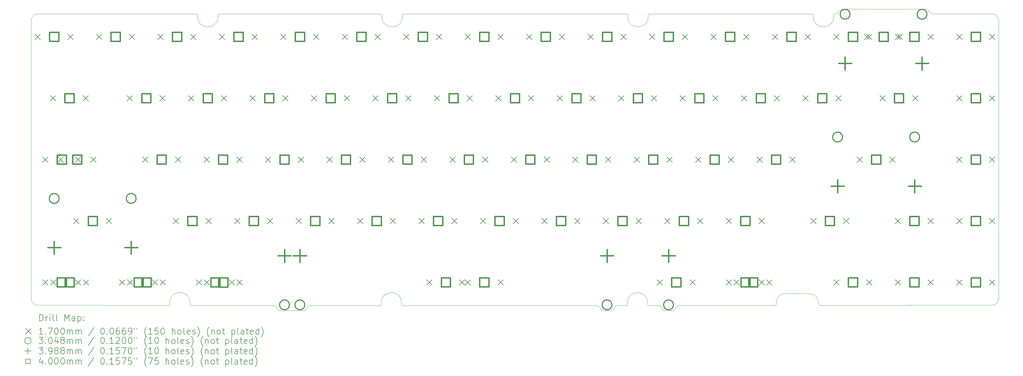
<source format=gbr>
%TF.GenerationSoftware,KiCad,Pcbnew,8.99.0-2641-g1a24c99a2a*%
%TF.CreationDate,2024-10-13T14:09:16+07:00*%
%TF.ProjectId,think65v3,7468696e-6b36-4357-9633-2e6b69636164,rev?*%
%TF.SameCoordinates,Original*%
%TF.FileFunction,Drillmap*%
%TF.FilePolarity,Positive*%
%FSLAX45Y45*%
G04 Gerber Fmt 4.5, Leading zero omitted, Abs format (unit mm)*
G04 Created by KiCad (PCBNEW 8.99.0-2641-g1a24c99a2a) date 2024-10-13 14:09:16*
%MOMM*%
%LPD*%
G01*
G04 APERTURE LIST*
%ADD10C,0.050000*%
%ADD11C,0.200000*%
%ADD12C,0.170000*%
%ADD13C,0.304800*%
%ADD14C,0.398780*%
%ADD15C,0.400000*%
G04 APERTURE END LIST*
D10*
X25914000Y-435000D02*
G75*
G02*
X26114000Y-635000I0J-200000D01*
G01*
X26114000Y-9273000D02*
G75*
G02*
X25914000Y-9473000I-200000J0D01*
G01*
X-3677000Y-9473000D02*
G75*
G02*
X-3877000Y-9273000I0J200000D01*
G01*
X-3877000Y-636000D02*
G75*
G02*
X-3677000Y-436000I200000J0D01*
G01*
X15730891Y-9642468D02*
X15610891Y-9482468D01*
X16040891Y-9642468D02*
X16160891Y-9482468D01*
X6998421Y-467468D02*
X6998421Y-524968D01*
X14130891Y-9642468D02*
X14250891Y-9482468D01*
X20256671Y-9115331D02*
G75*
G02*
X20533389Y-9392468I-1J-276719D01*
G01*
X20995770Y-524968D02*
G75*
G02*
X20370770Y-524968I-312500J0D01*
G01*
X14608391Y-9394968D02*
X14608391Y-9452468D01*
X20995770Y-467468D02*
G75*
G02*
X21025770Y-437470I30000J-2D01*
G01*
X19220891Y-9449968D02*
G75*
G02*
X19190891Y-9479971I-30001J-2D01*
G01*
X13820891Y-9642468D02*
X14130891Y-9642468D01*
X4610891Y-9642468D02*
X4730891Y-9482468D01*
X21026003Y-437468D02*
X21070891Y-437468D01*
X21253391Y-279968D02*
X23893391Y-279968D01*
X6968421Y-437468D02*
G75*
G02*
X6998422Y-467468I-1J-30002D01*
G01*
X7623421Y-524968D02*
G75*
G02*
X6998421Y-524968I-312500J0D01*
G01*
X6976793Y-9394968D02*
G75*
G02*
X7601793Y-9394968I312500J0D01*
G01*
X1040590Y-9447468D02*
X1040590Y-9389968D01*
X15249214Y-524968D02*
G75*
G02*
X14624214Y-524968I-312500J0D01*
G01*
X1253391Y-437468D02*
G75*
G02*
X1283392Y-467468I-1J-30002D01*
G01*
X1908391Y-524968D02*
X1908391Y-467468D01*
X15249214Y-524968D02*
X15249214Y-467468D01*
X20533391Y-9449968D02*
X20533391Y-9392468D01*
X20563391Y-9479968D02*
G75*
G02*
X20533392Y-9449968I-1J29998D01*
G01*
X19190891Y-9479968D02*
X16160891Y-9482468D01*
X1908391Y-467468D02*
G75*
G02*
X1938391Y-437471I29999J-2D01*
G01*
X19220891Y-9392468D02*
G75*
G02*
X19498028Y-9115751I276719J-2D01*
G01*
X14578391Y-9482468D02*
X14250891Y-9482468D01*
X26114000Y-9273000D02*
X26114000Y-635000D01*
X13820891Y-9642468D02*
X13700891Y-9482468D01*
X15249214Y-467468D02*
G75*
G02*
X15279214Y-437464I30006J-2D01*
G01*
X1908391Y-524968D02*
G75*
G02*
X1283391Y-524968I-312500J0D01*
G01*
X1283391Y-467468D02*
X1283391Y-524968D01*
X24060891Y-434968D02*
X25914000Y-435000D01*
X20340770Y-437468D02*
G75*
G02*
X20370772Y-467468I0J-30002D01*
G01*
X7653421Y-437468D02*
X14594211Y-437468D01*
X15233391Y-9452468D02*
X15233391Y-9394968D01*
X3810891Y-9642468D02*
X4610891Y-9642468D01*
X25914000Y-9473000D02*
X20563391Y-9479968D01*
X14608391Y-9394968D02*
G75*
G02*
X15233391Y-9394968I312500J0D01*
G01*
X1253391Y-437468D02*
X-3677000Y-436000D01*
X19220891Y-9392468D02*
X19220891Y-9449968D01*
X14624214Y-467468D02*
X14624214Y-524968D01*
X3810891Y-9642468D02*
X3690891Y-9482468D01*
X415590Y-9389968D02*
G75*
G02*
X1040590Y-9389968I312500J0D01*
G01*
X20995770Y-524968D02*
X20995770Y-467468D01*
X21070891Y-437468D02*
X21253391Y-279968D01*
X6946403Y-9482468D02*
X4730891Y-9482468D01*
X6968421Y-437468D02*
X1938391Y-437468D01*
X20256671Y-9115331D02*
X19498028Y-9115748D01*
X7601793Y-9452468D02*
X7601793Y-9394968D01*
X23893391Y-279968D02*
X24060891Y-434968D01*
X15279214Y-437468D02*
X20340770Y-437468D01*
X3690891Y-9482468D02*
X1070590Y-9477468D01*
X415590Y-9447468D02*
G75*
G02*
X385590Y-9477468I-30000J0D01*
G01*
X14594214Y-437468D02*
G75*
G02*
X14624212Y-467468I-4J-30002D01*
G01*
X15610891Y-9482468D02*
X15263391Y-9482468D01*
X7631793Y-9482468D02*
X13700891Y-9482468D01*
X15730891Y-9642468D02*
X16040891Y-9642468D01*
X6976793Y-9452468D02*
G75*
G02*
X6946793Y-9482463I-29993J-2D01*
G01*
X15263391Y-9482468D02*
G75*
G02*
X15233392Y-9452468I-1J29998D01*
G01*
X-3877000Y-636000D02*
X-3877000Y-9273000D01*
X7623421Y-524968D02*
X7623421Y-467468D01*
X20370770Y-467468D02*
X20370770Y-524968D01*
X385590Y-9477468D02*
X-3677000Y-9473000D01*
X7631793Y-9482468D02*
G75*
G02*
X7601792Y-9452468I-3J29998D01*
G01*
X415590Y-9389968D02*
X415590Y-9447468D01*
X7623421Y-467468D02*
G75*
G02*
X7653421Y-437471I29999J-2D01*
G01*
X6976793Y-9394968D02*
X6976793Y-9452468D01*
X14608391Y-9452468D02*
G75*
G02*
X14578391Y-9482471I-30001J-2D01*
G01*
X1070590Y-9477468D02*
G75*
G02*
X1040592Y-9447468I0J29998D01*
G01*
D11*
D12*
X-3762109Y-1058718D02*
X-3592109Y-1228718D01*
X-3592109Y-1058718D02*
X-3762109Y-1228718D01*
X-3524009Y-4868718D02*
X-3354009Y-5038718D01*
X-3354009Y-4868718D02*
X-3524009Y-5038718D01*
X-3524009Y-8678718D02*
X-3354009Y-8848718D01*
X-3354009Y-8678718D02*
X-3524009Y-8848718D01*
X-3285809Y-2963718D02*
X-3115809Y-3133718D01*
X-3115809Y-2963718D02*
X-3285809Y-3133718D01*
X-3281109Y-8679468D02*
X-3111109Y-8849468D01*
X-3111109Y-8679468D02*
X-3281109Y-8849468D01*
X-3047709Y-4868718D02*
X-2877709Y-5038718D01*
X-2877709Y-4868718D02*
X-3047709Y-5038718D01*
X-2746109Y-1058718D02*
X-2576109Y-1228718D01*
X-2576109Y-1058718D02*
X-2746109Y-1228718D01*
X-2564049Y-6773718D02*
X-2394049Y-6943718D01*
X-2394049Y-6773718D02*
X-2564049Y-6943718D01*
X-2508009Y-4868718D02*
X-2338009Y-5038718D01*
X-2338009Y-4868718D02*
X-2508009Y-5038718D01*
X-2508009Y-8678718D02*
X-2338009Y-8848718D01*
X-2338009Y-8678718D02*
X-2508009Y-8848718D01*
X-2269809Y-2963718D02*
X-2099809Y-3133718D01*
X-2099809Y-2963718D02*
X-2269809Y-3133718D01*
X-2265109Y-8679468D02*
X-2095109Y-8849468D01*
X-2095109Y-8679468D02*
X-2265109Y-8849468D01*
X-2031709Y-4868718D02*
X-1861709Y-5038718D01*
X-1861709Y-4868718D02*
X-2031709Y-5038718D01*
X-1857109Y-1058718D02*
X-1687109Y-1228718D01*
X-1687109Y-1058718D02*
X-1857109Y-1228718D01*
X-1548049Y-6773718D02*
X-1378049Y-6943718D01*
X-1378049Y-6773718D02*
X-1548049Y-6943718D01*
X-1142759Y-8678718D02*
X-972759Y-8848718D01*
X-972759Y-8678718D02*
X-1142759Y-8848718D01*
X-904609Y-2963718D02*
X-734609Y-3133718D01*
X-734609Y-2963718D02*
X-904609Y-3133718D01*
X-901109Y-8678968D02*
X-731109Y-8848968D01*
X-731109Y-8678968D02*
X-901109Y-8848968D01*
X-841109Y-1058718D02*
X-671109Y-1228718D01*
X-671109Y-1058718D02*
X-841109Y-1228718D01*
X-428359Y-4868718D02*
X-258359Y-5038718D01*
X-258359Y-4868718D02*
X-428359Y-5038718D01*
X-126759Y-8678718D02*
X43241Y-8848718D01*
X43241Y-8678718D02*
X-126759Y-8848718D01*
X47891Y-1058718D02*
X217891Y-1228718D01*
X217891Y-1058718D02*
X47891Y-1228718D01*
X111391Y-2963718D02*
X281391Y-3133718D01*
X281391Y-2963718D02*
X111391Y-3133718D01*
X114891Y-8678968D02*
X284891Y-8848968D01*
X284891Y-8678968D02*
X114891Y-8848968D01*
X524141Y-6773718D02*
X694141Y-6943718D01*
X694141Y-6773718D02*
X524141Y-6943718D01*
X587641Y-4868718D02*
X757641Y-5038718D01*
X757641Y-4868718D02*
X587641Y-5038718D01*
X1000391Y-2963718D02*
X1170391Y-3133718D01*
X1170391Y-2963718D02*
X1000391Y-3133718D01*
X1063891Y-1058718D02*
X1233891Y-1228718D01*
X1233891Y-1058718D02*
X1063891Y-1228718D01*
X1238491Y-8678718D02*
X1408491Y-8848718D01*
X1408491Y-8678718D02*
X1238491Y-8848718D01*
X1476641Y-4868718D02*
X1646641Y-5038718D01*
X1646641Y-4868718D02*
X1476641Y-5038718D01*
X1477891Y-8680468D02*
X1647891Y-8850468D01*
X1647891Y-8680468D02*
X1477891Y-8850468D01*
X1540141Y-6773718D02*
X1710141Y-6943718D01*
X1710141Y-6773718D02*
X1540141Y-6943718D01*
X1952891Y-1058718D02*
X2122891Y-1228718D01*
X2122891Y-1058718D02*
X1952891Y-1228718D01*
X2016391Y-2963718D02*
X2186391Y-3133718D01*
X2186391Y-2963718D02*
X2016391Y-3133718D01*
X2254491Y-8678718D02*
X2424491Y-8848718D01*
X2424491Y-8678718D02*
X2254491Y-8848718D01*
X2429141Y-6773718D02*
X2599141Y-6943718D01*
X2599141Y-6773718D02*
X2429141Y-6943718D01*
X2492641Y-4868718D02*
X2662641Y-5038718D01*
X2662641Y-4868718D02*
X2492641Y-5038718D01*
X2493891Y-8680468D02*
X2663891Y-8850468D01*
X2663891Y-8680468D02*
X2493891Y-8850468D01*
X2905391Y-2963718D02*
X3075391Y-3133718D01*
X3075391Y-2963718D02*
X2905391Y-3133718D01*
X2968891Y-1058718D02*
X3138891Y-1228718D01*
X3138891Y-1058718D02*
X2968891Y-1228718D01*
X3381641Y-4868718D02*
X3551641Y-5038718D01*
X3551641Y-4868718D02*
X3381641Y-5038718D01*
X3445141Y-6773718D02*
X3615141Y-6943718D01*
X3615141Y-6773718D02*
X3445141Y-6943718D01*
X3857891Y-1058718D02*
X4027891Y-1228718D01*
X4027891Y-1058718D02*
X3857891Y-1228718D01*
X3921391Y-2963718D02*
X4091391Y-3133718D01*
X4091391Y-2963718D02*
X3921391Y-3133718D01*
X4334141Y-6773718D02*
X4504141Y-6943718D01*
X4504141Y-6773718D02*
X4334141Y-6943718D01*
X4397641Y-4868718D02*
X4567641Y-5038718D01*
X4567641Y-4868718D02*
X4397641Y-5038718D01*
X4810391Y-2963718D02*
X4980391Y-3133718D01*
X4980391Y-2963718D02*
X4810391Y-3133718D01*
X4873891Y-1058718D02*
X5043891Y-1228718D01*
X5043891Y-1058718D02*
X4873891Y-1228718D01*
X5286641Y-4868718D02*
X5456641Y-5038718D01*
X5456641Y-4868718D02*
X5286641Y-5038718D01*
X5350141Y-6773718D02*
X5520141Y-6943718D01*
X5520141Y-6773718D02*
X5350141Y-6943718D01*
X5762891Y-1058718D02*
X5932891Y-1228718D01*
X5932891Y-1058718D02*
X5762891Y-1228718D01*
X5826391Y-2963718D02*
X5996391Y-3133718D01*
X5996391Y-2963718D02*
X5826391Y-3133718D01*
X6239141Y-6773718D02*
X6409141Y-6943718D01*
X6409141Y-6773718D02*
X6239141Y-6943718D01*
X6302641Y-4868718D02*
X6472641Y-5038718D01*
X6472641Y-4868718D02*
X6302641Y-5038718D01*
X6715391Y-2963718D02*
X6885391Y-3133718D01*
X6885391Y-2963718D02*
X6715391Y-3133718D01*
X6778891Y-1058718D02*
X6948891Y-1228718D01*
X6948891Y-1058718D02*
X6778891Y-1228718D01*
X7191641Y-4868718D02*
X7361641Y-5038718D01*
X7361641Y-4868718D02*
X7191641Y-5038718D01*
X7255141Y-6773718D02*
X7425141Y-6943718D01*
X7425141Y-6773718D02*
X7255141Y-6943718D01*
X7667891Y-1058718D02*
X7837891Y-1228718D01*
X7837891Y-1058718D02*
X7667891Y-1228718D01*
X7731391Y-2963718D02*
X7901391Y-3133718D01*
X7901391Y-2963718D02*
X7731391Y-3133718D01*
X8144141Y-6773718D02*
X8314141Y-6943718D01*
X8314141Y-6773718D02*
X8144141Y-6943718D01*
X8207641Y-4868718D02*
X8377641Y-5038718D01*
X8377641Y-4868718D02*
X8207641Y-5038718D01*
X8382241Y-8678718D02*
X8552241Y-8848718D01*
X8552241Y-8678718D02*
X8382241Y-8848718D01*
X8620391Y-2963718D02*
X8790391Y-3133718D01*
X8790391Y-2963718D02*
X8620391Y-3133718D01*
X8683891Y-1058718D02*
X8853891Y-1228718D01*
X8853891Y-1058718D02*
X8683891Y-1228718D01*
X9096641Y-4868718D02*
X9266641Y-5038718D01*
X9266641Y-4868718D02*
X9096641Y-5038718D01*
X9160141Y-6773718D02*
X9330141Y-6943718D01*
X9330141Y-6773718D02*
X9160141Y-6943718D01*
X9398241Y-8678718D02*
X9568241Y-8848718D01*
X9568241Y-8678718D02*
X9398241Y-8848718D01*
X9572891Y-1058718D02*
X9742891Y-1228718D01*
X9742891Y-1058718D02*
X9572891Y-1228718D01*
X9573891Y-8678968D02*
X9743891Y-8848968D01*
X9743891Y-8678968D02*
X9573891Y-8848968D01*
X9636391Y-2963718D02*
X9806391Y-3133718D01*
X9806391Y-2963718D02*
X9636391Y-3133718D01*
X10049141Y-6773718D02*
X10219141Y-6943718D01*
X10219141Y-6773718D02*
X10049141Y-6943718D01*
X10112641Y-4868718D02*
X10282641Y-5038718D01*
X10282641Y-4868718D02*
X10112641Y-5038718D01*
X10525391Y-2963718D02*
X10695391Y-3133718D01*
X10695391Y-2963718D02*
X10525391Y-3133718D01*
X10588891Y-1058718D02*
X10758891Y-1228718D01*
X10758891Y-1058718D02*
X10588891Y-1228718D01*
X10589891Y-8678968D02*
X10759891Y-8848968D01*
X10759891Y-8678968D02*
X10589891Y-8848968D01*
X11001641Y-4868718D02*
X11171641Y-5038718D01*
X11171641Y-4868718D02*
X11001641Y-5038718D01*
X11065141Y-6773718D02*
X11235141Y-6943718D01*
X11235141Y-6773718D02*
X11065141Y-6943718D01*
X11477891Y-1058718D02*
X11647891Y-1228718D01*
X11647891Y-1058718D02*
X11477891Y-1228718D01*
X11541391Y-2963718D02*
X11711391Y-3133718D01*
X11711391Y-2963718D02*
X11541391Y-3133718D01*
X11954141Y-6773718D02*
X12124141Y-6943718D01*
X12124141Y-6773718D02*
X11954141Y-6943718D01*
X12017641Y-4868718D02*
X12187641Y-5038718D01*
X12187641Y-4868718D02*
X12017641Y-5038718D01*
X12430391Y-2963718D02*
X12600391Y-3133718D01*
X12600391Y-2963718D02*
X12430391Y-3133718D01*
X12493891Y-1058718D02*
X12663891Y-1228718D01*
X12663891Y-1058718D02*
X12493891Y-1228718D01*
X12906641Y-4868718D02*
X13076641Y-5038718D01*
X13076641Y-4868718D02*
X12906641Y-5038718D01*
X12970141Y-6773718D02*
X13140141Y-6943718D01*
X13140141Y-6773718D02*
X12970141Y-6943718D01*
X13382891Y-1058718D02*
X13552891Y-1228718D01*
X13552891Y-1058718D02*
X13382891Y-1228718D01*
X13446391Y-2963718D02*
X13616391Y-3133718D01*
X13616391Y-2963718D02*
X13446391Y-3133718D01*
X13859141Y-6773718D02*
X14029141Y-6943718D01*
X14029141Y-6773718D02*
X13859141Y-6943718D01*
X13922641Y-4868718D02*
X14092641Y-5038718D01*
X14092641Y-4868718D02*
X13922641Y-5038718D01*
X14335391Y-2963718D02*
X14505391Y-3133718D01*
X14505391Y-2963718D02*
X14335391Y-3133718D01*
X14398891Y-1058718D02*
X14568891Y-1228718D01*
X14568891Y-1058718D02*
X14398891Y-1228718D01*
X14811641Y-4868718D02*
X14981641Y-5038718D01*
X14981641Y-4868718D02*
X14811641Y-5038718D01*
X14875141Y-6773718D02*
X15045141Y-6943718D01*
X15045141Y-6773718D02*
X14875141Y-6943718D01*
X15287891Y-1058718D02*
X15457891Y-1228718D01*
X15457891Y-1058718D02*
X15287891Y-1228718D01*
X15351391Y-2963718D02*
X15521391Y-3133718D01*
X15521391Y-2963718D02*
X15351391Y-3133718D01*
X15525991Y-8678718D02*
X15695991Y-8848718D01*
X15695991Y-8678718D02*
X15525991Y-8848718D01*
X15764141Y-6773718D02*
X15934141Y-6943718D01*
X15934141Y-6773718D02*
X15764141Y-6943718D01*
X15827641Y-4868718D02*
X15997641Y-5038718D01*
X15997641Y-4868718D02*
X15827641Y-5038718D01*
X16240391Y-2963718D02*
X16410391Y-3133718D01*
X16410391Y-2963718D02*
X16240391Y-3133718D01*
X16303891Y-1058718D02*
X16473891Y-1228718D01*
X16473891Y-1058718D02*
X16303891Y-1228718D01*
X16541991Y-8678718D02*
X16711991Y-8848718D01*
X16711991Y-8678718D02*
X16541991Y-8848718D01*
X16716641Y-4868718D02*
X16886641Y-5038718D01*
X16886641Y-4868718D02*
X16716641Y-5038718D01*
X16780141Y-6773718D02*
X16950141Y-6943718D01*
X16950141Y-6773718D02*
X16780141Y-6943718D01*
X17192891Y-1058718D02*
X17362891Y-1228718D01*
X17362891Y-1058718D02*
X17192891Y-1228718D01*
X17256391Y-2963718D02*
X17426391Y-3133718D01*
X17426391Y-2963718D02*
X17256391Y-3133718D01*
X17669141Y-6773718D02*
X17839141Y-6943718D01*
X17839141Y-6773718D02*
X17669141Y-6943718D01*
X17669891Y-8679468D02*
X17839891Y-8849468D01*
X17839891Y-8679468D02*
X17669891Y-8849468D01*
X17732641Y-4868718D02*
X17902641Y-5038718D01*
X17902641Y-4868718D02*
X17732641Y-5038718D01*
X17907241Y-8678718D02*
X18077241Y-8848718D01*
X18077241Y-8678718D02*
X17907241Y-8848718D01*
X18145391Y-2963718D02*
X18315391Y-3133718D01*
X18315391Y-2963718D02*
X18145391Y-3133718D01*
X18208891Y-1058718D02*
X18378891Y-1228718D01*
X18378891Y-1058718D02*
X18208891Y-1228718D01*
X18621641Y-4868718D02*
X18791641Y-5038718D01*
X18791641Y-4868718D02*
X18621641Y-5038718D01*
X18685141Y-6773718D02*
X18855141Y-6943718D01*
X18855141Y-6773718D02*
X18685141Y-6943718D01*
X18685891Y-8679468D02*
X18855891Y-8849468D01*
X18855891Y-8679468D02*
X18685891Y-8849468D01*
X18923241Y-8678718D02*
X19093241Y-8848718D01*
X19093241Y-8678718D02*
X18923241Y-8848718D01*
X19097891Y-1058718D02*
X19267891Y-1228718D01*
X19267891Y-1058718D02*
X19097891Y-1228718D01*
X19161391Y-2963718D02*
X19331391Y-3133718D01*
X19331391Y-2963718D02*
X19161391Y-3133718D01*
X19637641Y-4868718D02*
X19807641Y-5038718D01*
X19807641Y-4868718D02*
X19637641Y-5038718D01*
X20050391Y-2963718D02*
X20220391Y-3133718D01*
X20220391Y-2963718D02*
X20050391Y-3133718D01*
X20113891Y-1058718D02*
X20283891Y-1228718D01*
X20283891Y-1058718D02*
X20113891Y-1228718D01*
X20288541Y-6773718D02*
X20458541Y-6943718D01*
X20458541Y-6773718D02*
X20288541Y-6943718D01*
X21002891Y-1058718D02*
X21172891Y-1228718D01*
X21172891Y-1058718D02*
X21002891Y-1228718D01*
X21002891Y-8678718D02*
X21172891Y-8848718D01*
X21172891Y-8678718D02*
X21002891Y-8848718D01*
X21066391Y-2963718D02*
X21236391Y-3133718D01*
X21236391Y-2963718D02*
X21066391Y-3133718D01*
X21304541Y-6773718D02*
X21474541Y-6943718D01*
X21474541Y-6773718D02*
X21304541Y-6943718D01*
X21724701Y-4868718D02*
X21894701Y-5038718D01*
X21894701Y-4868718D02*
X21724701Y-5038718D01*
X21955391Y-1058718D02*
X22125391Y-1228718D01*
X22125391Y-1058718D02*
X21955391Y-1228718D01*
X22018891Y-1058718D02*
X22188891Y-1228718D01*
X22188891Y-1058718D02*
X22018891Y-1228718D01*
X22018891Y-8678718D02*
X22188891Y-8848718D01*
X22188891Y-8678718D02*
X22018891Y-8848718D01*
X22431691Y-2963718D02*
X22601691Y-3133718D01*
X22601691Y-2963718D02*
X22431691Y-3133718D01*
X22740701Y-4868718D02*
X22910701Y-5038718D01*
X22910701Y-4868718D02*
X22740701Y-5038718D01*
X22907891Y-1058718D02*
X23077891Y-1228718D01*
X23077891Y-1058718D02*
X22907891Y-1228718D01*
X22907891Y-6773718D02*
X23077891Y-6943718D01*
X23077891Y-6773718D02*
X22907891Y-6943718D01*
X22907891Y-8678718D02*
X23077891Y-8848718D01*
X23077891Y-8678718D02*
X22907891Y-8848718D01*
X22971391Y-1058718D02*
X23141391Y-1228718D01*
X23141391Y-1058718D02*
X22971391Y-1228718D01*
X23447691Y-2963718D02*
X23617691Y-3133718D01*
X23617691Y-2963718D02*
X23447691Y-3133718D01*
X23923891Y-1058718D02*
X24093891Y-1228718D01*
X24093891Y-1058718D02*
X23923891Y-1228718D01*
X23923891Y-6773718D02*
X24093891Y-6943718D01*
X24093891Y-6773718D02*
X23923891Y-6943718D01*
X23923891Y-8678718D02*
X24093891Y-8848718D01*
X24093891Y-8678718D02*
X23923891Y-8848718D01*
X24812891Y-1058718D02*
X24982891Y-1228718D01*
X24982891Y-1058718D02*
X24812891Y-1228718D01*
X24812891Y-2963718D02*
X24982891Y-3133718D01*
X24982891Y-2963718D02*
X24812891Y-3133718D01*
X24812891Y-4868718D02*
X24982891Y-5038718D01*
X24982891Y-4868718D02*
X24812891Y-5038718D01*
X24812891Y-6773718D02*
X24982891Y-6943718D01*
X24982891Y-6773718D02*
X24812891Y-6943718D01*
X24812891Y-8678718D02*
X24982891Y-8848718D01*
X24982891Y-8678718D02*
X24812891Y-8848718D01*
X25828891Y-1058718D02*
X25998891Y-1228718D01*
X25998891Y-1058718D02*
X25828891Y-1228718D01*
X25828891Y-2963718D02*
X25998891Y-3133718D01*
X25998891Y-2963718D02*
X25828891Y-3133718D01*
X25828891Y-4868718D02*
X25998891Y-5038718D01*
X25998891Y-4868718D02*
X25828891Y-5038718D01*
X25828891Y-6773718D02*
X25998891Y-6943718D01*
X25998891Y-6773718D02*
X25828891Y-6943718D01*
X25828891Y-8678718D02*
X25998891Y-8848718D01*
X25998891Y-8678718D02*
X25828891Y-8848718D01*
D13*
X-3012449Y-6160218D02*
G75*
G02*
X-3317249Y-6160218I-152400J0D01*
G01*
X-3317249Y-6160218D02*
G75*
G02*
X-3012449Y-6160218I152400J0D01*
G01*
X-624849Y-6160218D02*
G75*
G02*
X-929649Y-6160218I-152400J0D01*
G01*
X-929649Y-6160218D02*
G75*
G02*
X-624849Y-6160218I152400J0D01*
G01*
X4127651Y-9462218D02*
G75*
G02*
X3822851Y-9462218I-152400J0D01*
G01*
X3822851Y-9462218D02*
G75*
G02*
X4127651Y-9462218I152400J0D01*
G01*
X4604291Y-9462468D02*
G75*
G02*
X4299491Y-9462468I-152400J0D01*
G01*
X4299491Y-9462468D02*
G75*
G02*
X4604291Y-9462468I152400J0D01*
G01*
X14127631Y-9462218D02*
G75*
G02*
X13822831Y-9462218I-152400J0D01*
G01*
X13822831Y-9462218D02*
G75*
G02*
X14127631Y-9462218I152400J0D01*
G01*
X16034291Y-9462468D02*
G75*
G02*
X15729491Y-9462468I-152400J0D01*
G01*
X15729491Y-9462468D02*
G75*
G02*
X16034291Y-9462468I152400J0D01*
G01*
X21276301Y-4255218D02*
G75*
G02*
X20971501Y-4255218I-152400J0D01*
G01*
X20971501Y-4255218D02*
G75*
G02*
X21276301Y-4255218I152400J0D01*
G01*
X21506991Y-445218D02*
G75*
G02*
X21202191Y-445218I-152400J0D01*
G01*
X21202191Y-445218D02*
G75*
G02*
X21506991Y-445218I152400J0D01*
G01*
X23663901Y-4255218D02*
G75*
G02*
X23359101Y-4255218I-152400J0D01*
G01*
X23359101Y-4255218D02*
G75*
G02*
X23663901Y-4255218I152400J0D01*
G01*
X23894591Y-445218D02*
G75*
G02*
X23589791Y-445218I-152400J0D01*
G01*
X23589791Y-445218D02*
G75*
G02*
X23894591Y-445218I152400J0D01*
G01*
D14*
X-3164849Y-7484828D02*
X-3164849Y-7883608D01*
X-3364239Y-7684218D02*
X-2965459Y-7684218D01*
X-777249Y-7484828D02*
X-777249Y-7883608D01*
X-976639Y-7684218D02*
X-577859Y-7684218D01*
X3975251Y-7738828D02*
X3975251Y-8137608D01*
X3775861Y-7938218D02*
X4174641Y-7938218D01*
X4451891Y-7739078D02*
X4451891Y-8137858D01*
X4252501Y-7938468D02*
X4651281Y-7938468D01*
X13975231Y-7738828D02*
X13975231Y-8137608D01*
X13775841Y-7938218D02*
X14174621Y-7938218D01*
X15881891Y-7739078D02*
X15881891Y-8137858D01*
X15682501Y-7938468D02*
X16081281Y-7938468D01*
X21123901Y-5579828D02*
X21123901Y-5978608D01*
X20924511Y-5779218D02*
X21323291Y-5779218D01*
X21354591Y-1769828D02*
X21354591Y-2168608D01*
X21155201Y-1969218D02*
X21553981Y-1969218D01*
X23511501Y-5579828D02*
X23511501Y-5978608D01*
X23312111Y-5779218D02*
X23710891Y-5779218D01*
X23742191Y-1769828D02*
X23742191Y-2168608D01*
X23542801Y-1969218D02*
X23941581Y-1969218D01*
D15*
X-3027687Y-1285141D02*
X-3027687Y-1002295D01*
X-3310532Y-1002295D01*
X-3310532Y-1285141D01*
X-3027687Y-1285141D01*
X-2789587Y-5095141D02*
X-2789587Y-4812296D01*
X-3072432Y-4812296D01*
X-3072432Y-5095141D01*
X-2789587Y-5095141D01*
X-2789587Y-8905141D02*
X-2789587Y-8622296D01*
X-3072432Y-8622296D01*
X-3072432Y-8905141D01*
X-2789587Y-8905141D01*
X-2551387Y-3190141D02*
X-2551387Y-2907295D01*
X-2834232Y-2907295D01*
X-2834232Y-3190141D01*
X-2551387Y-3190141D01*
X-2546687Y-8905891D02*
X-2546687Y-8623046D01*
X-2829532Y-8623046D01*
X-2829532Y-8905891D01*
X-2546687Y-8905891D01*
X-2313287Y-5095141D02*
X-2313287Y-4812296D01*
X-2596132Y-4812296D01*
X-2596132Y-5095141D01*
X-2313287Y-5095141D01*
X-1829627Y-7000141D02*
X-1829627Y-6717295D01*
X-2112472Y-6717295D01*
X-2112472Y-7000141D01*
X-1829627Y-7000141D01*
X-1122687Y-1285141D02*
X-1122687Y-1002295D01*
X-1405532Y-1002295D01*
X-1405532Y-1285141D01*
X-1122687Y-1285141D01*
X-408337Y-8905141D02*
X-408337Y-8622296D01*
X-691182Y-8622296D01*
X-691182Y-8905141D01*
X-408337Y-8905141D01*
X-170187Y-3190141D02*
X-170187Y-2907295D01*
X-453032Y-2907295D01*
X-453032Y-3190141D01*
X-170187Y-3190141D01*
X-166687Y-8905391D02*
X-166687Y-8622546D01*
X-449532Y-8622546D01*
X-449532Y-8905391D01*
X-166687Y-8905391D01*
X306063Y-5095141D02*
X306063Y-4812296D01*
X23218Y-4812296D01*
X23218Y-5095141D01*
X306063Y-5095141D01*
X782313Y-1285141D02*
X782313Y-1002295D01*
X499468Y-1002295D01*
X499468Y-1285141D01*
X782313Y-1285141D01*
X1258563Y-7000141D02*
X1258563Y-6717295D01*
X975718Y-6717295D01*
X975718Y-7000141D01*
X1258563Y-7000141D01*
X1734813Y-3190141D02*
X1734813Y-2907295D01*
X1451968Y-2907295D01*
X1451968Y-3190141D01*
X1734813Y-3190141D01*
X1972913Y-8905141D02*
X1972913Y-8622296D01*
X1690068Y-8622296D01*
X1690068Y-8905141D01*
X1972913Y-8905141D01*
X2211063Y-5095141D02*
X2211063Y-4812296D01*
X1928218Y-4812296D01*
X1928218Y-5095141D01*
X2211063Y-5095141D01*
X2212313Y-8906891D02*
X2212313Y-8624046D01*
X1929468Y-8624046D01*
X1929468Y-8906891D01*
X2212313Y-8906891D01*
X2687313Y-1285141D02*
X2687313Y-1002295D01*
X2404468Y-1002295D01*
X2404468Y-1285141D01*
X2687313Y-1285141D01*
X3163563Y-7000141D02*
X3163563Y-6717295D01*
X2880718Y-6717295D01*
X2880718Y-7000141D01*
X3163563Y-7000141D01*
X3639813Y-3190141D02*
X3639813Y-2907295D01*
X3356968Y-2907295D01*
X3356968Y-3190141D01*
X3639813Y-3190141D01*
X4116063Y-5095141D02*
X4116063Y-4812296D01*
X3833218Y-4812296D01*
X3833218Y-5095141D01*
X4116063Y-5095141D01*
X4592313Y-1285141D02*
X4592313Y-1002295D01*
X4309468Y-1002295D01*
X4309468Y-1285141D01*
X4592313Y-1285141D01*
X5068563Y-7000141D02*
X5068563Y-6717295D01*
X4785718Y-6717295D01*
X4785718Y-7000141D01*
X5068563Y-7000141D01*
X5544813Y-3190141D02*
X5544813Y-2907295D01*
X5261968Y-2907295D01*
X5261968Y-3190141D01*
X5544813Y-3190141D01*
X6021063Y-5095141D02*
X6021063Y-4812296D01*
X5738218Y-4812296D01*
X5738218Y-5095141D01*
X6021063Y-5095141D01*
X6497313Y-1285141D02*
X6497313Y-1002295D01*
X6214468Y-1002295D01*
X6214468Y-1285141D01*
X6497313Y-1285141D01*
X6973563Y-7000141D02*
X6973563Y-6717295D01*
X6690718Y-6717295D01*
X6690718Y-7000141D01*
X6973563Y-7000141D01*
X7449813Y-3190141D02*
X7449813Y-2907295D01*
X7166968Y-2907295D01*
X7166968Y-3190141D01*
X7449813Y-3190141D01*
X7926063Y-5095141D02*
X7926063Y-4812296D01*
X7643218Y-4812296D01*
X7643218Y-5095141D01*
X7926063Y-5095141D01*
X8402313Y-1285141D02*
X8402313Y-1002295D01*
X8119468Y-1002295D01*
X8119468Y-1285141D01*
X8402313Y-1285141D01*
X8878563Y-7000141D02*
X8878563Y-6717295D01*
X8595718Y-6717295D01*
X8595718Y-7000141D01*
X8878563Y-7000141D01*
X9116663Y-8905141D02*
X9116663Y-8622296D01*
X8833818Y-8622296D01*
X8833818Y-8905141D01*
X9116663Y-8905141D01*
X9354813Y-3190141D02*
X9354813Y-2907295D01*
X9071968Y-2907295D01*
X9071968Y-3190141D01*
X9354813Y-3190141D01*
X9831063Y-5095141D02*
X9831063Y-4812296D01*
X9548218Y-4812296D01*
X9548218Y-5095141D01*
X9831063Y-5095141D01*
X10307313Y-1285141D02*
X10307313Y-1002295D01*
X10024468Y-1002295D01*
X10024468Y-1285141D01*
X10307313Y-1285141D01*
X10308313Y-8905391D02*
X10308313Y-8622546D01*
X10025468Y-8622546D01*
X10025468Y-8905391D01*
X10308313Y-8905391D01*
X10783563Y-7000141D02*
X10783563Y-6717295D01*
X10500718Y-6717295D01*
X10500718Y-7000141D01*
X10783563Y-7000141D01*
X11259813Y-3190141D02*
X11259813Y-2907295D01*
X10976968Y-2907295D01*
X10976968Y-3190141D01*
X11259813Y-3190141D01*
X11736063Y-5095141D02*
X11736063Y-4812296D01*
X11453218Y-4812296D01*
X11453218Y-5095141D01*
X11736063Y-5095141D01*
X12212313Y-1285141D02*
X12212313Y-1002295D01*
X11929468Y-1002295D01*
X11929468Y-1285141D01*
X12212313Y-1285141D01*
X12688563Y-7000141D02*
X12688563Y-6717295D01*
X12405718Y-6717295D01*
X12405718Y-7000141D01*
X12688563Y-7000141D01*
X13164813Y-3190141D02*
X13164813Y-2907295D01*
X12881968Y-2907295D01*
X12881968Y-3190141D01*
X13164813Y-3190141D01*
X13641063Y-5095141D02*
X13641063Y-4812296D01*
X13358218Y-4812296D01*
X13358218Y-5095141D01*
X13641063Y-5095141D01*
X14117313Y-1285141D02*
X14117313Y-1002295D01*
X13834468Y-1002295D01*
X13834468Y-1285141D01*
X14117313Y-1285141D01*
X14593563Y-7000141D02*
X14593563Y-6717295D01*
X14310718Y-6717295D01*
X14310718Y-7000141D01*
X14593563Y-7000141D01*
X15069813Y-3190141D02*
X15069813Y-2907295D01*
X14786968Y-2907295D01*
X14786968Y-3190141D01*
X15069813Y-3190141D01*
X15546063Y-5095141D02*
X15546063Y-4812296D01*
X15263218Y-4812296D01*
X15263218Y-5095141D01*
X15546063Y-5095141D01*
X16022313Y-1285141D02*
X16022313Y-1002295D01*
X15739468Y-1002295D01*
X15739468Y-1285141D01*
X16022313Y-1285141D01*
X16260413Y-8905141D02*
X16260413Y-8622296D01*
X15977568Y-8622296D01*
X15977568Y-8905141D01*
X16260413Y-8905141D01*
X16498563Y-7000141D02*
X16498563Y-6717295D01*
X16215718Y-6717295D01*
X16215718Y-7000141D01*
X16498563Y-7000141D01*
X16974813Y-3190141D02*
X16974813Y-2907295D01*
X16691968Y-2907295D01*
X16691968Y-3190141D01*
X16974813Y-3190141D01*
X17451063Y-5095141D02*
X17451063Y-4812296D01*
X17168218Y-4812296D01*
X17168218Y-5095141D01*
X17451063Y-5095141D01*
X17927313Y-1285141D02*
X17927313Y-1002295D01*
X17644468Y-1002295D01*
X17644468Y-1285141D01*
X17927313Y-1285141D01*
X18403563Y-7000141D02*
X18403563Y-6717295D01*
X18120718Y-6717295D01*
X18120718Y-7000141D01*
X18403563Y-7000141D01*
X18404313Y-8905891D02*
X18404313Y-8623046D01*
X18121468Y-8623046D01*
X18121468Y-8905891D01*
X18404313Y-8905891D01*
X18641663Y-8905141D02*
X18641663Y-8622296D01*
X18358818Y-8622296D01*
X18358818Y-8905141D01*
X18641663Y-8905141D01*
X18879813Y-3190141D02*
X18879813Y-2907295D01*
X18596968Y-2907295D01*
X18596968Y-3190141D01*
X18879813Y-3190141D01*
X19356063Y-5095141D02*
X19356063Y-4812296D01*
X19073218Y-4812296D01*
X19073218Y-5095141D01*
X19356063Y-5095141D01*
X19832313Y-1285141D02*
X19832313Y-1002295D01*
X19549468Y-1002295D01*
X19549468Y-1285141D01*
X19832313Y-1285141D01*
X20784813Y-3190141D02*
X20784813Y-2907295D01*
X20501968Y-2907295D01*
X20501968Y-3190141D01*
X20784813Y-3190141D01*
X21022963Y-7000141D02*
X21022963Y-6717295D01*
X20740118Y-6717295D01*
X20740118Y-7000141D01*
X21022963Y-7000141D01*
X21737313Y-1285141D02*
X21737313Y-1002295D01*
X21454468Y-1002295D01*
X21454468Y-1285141D01*
X21737313Y-1285141D01*
X21737313Y-8905141D02*
X21737313Y-8622296D01*
X21454468Y-8622296D01*
X21454468Y-8905141D01*
X21737313Y-8905141D01*
X22459123Y-5095141D02*
X22459123Y-4812296D01*
X22176278Y-4812296D01*
X22176278Y-5095141D01*
X22459123Y-5095141D01*
X22689813Y-1285141D02*
X22689813Y-1002295D01*
X22406968Y-1002295D01*
X22406968Y-1285141D01*
X22689813Y-1285141D01*
X23166113Y-3190141D02*
X23166113Y-2907295D01*
X22883268Y-2907295D01*
X22883268Y-3190141D01*
X23166113Y-3190141D01*
X23642313Y-1285141D02*
X23642313Y-1002295D01*
X23359468Y-1002295D01*
X23359468Y-1285141D01*
X23642313Y-1285141D01*
X23642313Y-7000141D02*
X23642313Y-6717295D01*
X23359468Y-6717295D01*
X23359468Y-7000141D01*
X23642313Y-7000141D01*
X23642313Y-8905141D02*
X23642313Y-8622296D01*
X23359468Y-8622296D01*
X23359468Y-8905141D01*
X23642313Y-8905141D01*
X25547313Y-1285141D02*
X25547313Y-1002295D01*
X25264468Y-1002295D01*
X25264468Y-1285141D01*
X25547313Y-1285141D01*
X25547313Y-3190141D02*
X25547313Y-2907295D01*
X25264468Y-2907295D01*
X25264468Y-3190141D01*
X25547313Y-3190141D01*
X25547313Y-5095141D02*
X25547313Y-4812296D01*
X25264468Y-4812296D01*
X25264468Y-5095141D01*
X25547313Y-5095141D01*
X25547313Y-7000141D02*
X25547313Y-6717295D01*
X25264468Y-6717295D01*
X25264468Y-7000141D01*
X25547313Y-7000141D01*
X25547313Y-8905141D02*
X25547313Y-8622296D01*
X25264468Y-8622296D01*
X25264468Y-8905141D01*
X25547313Y-8905141D01*
D11*
X-3618723Y-9956452D02*
X-3618723Y-9756452D01*
X-3618723Y-9756452D02*
X-3571104Y-9756452D01*
X-3571104Y-9756452D02*
X-3542533Y-9765976D01*
X-3542533Y-9765976D02*
X-3523485Y-9785023D01*
X-3523485Y-9785023D02*
X-3513961Y-9804071D01*
X-3513961Y-9804071D02*
X-3504437Y-9842166D01*
X-3504437Y-9842166D02*
X-3504437Y-9870738D01*
X-3504437Y-9870738D02*
X-3513961Y-9908833D01*
X-3513961Y-9908833D02*
X-3523485Y-9927881D01*
X-3523485Y-9927881D02*
X-3542533Y-9946928D01*
X-3542533Y-9946928D02*
X-3571104Y-9956452D01*
X-3571104Y-9956452D02*
X-3618723Y-9956452D01*
X-3418723Y-9956452D02*
X-3418723Y-9823119D01*
X-3418723Y-9861214D02*
X-3409199Y-9842166D01*
X-3409199Y-9842166D02*
X-3399675Y-9832642D01*
X-3399675Y-9832642D02*
X-3380628Y-9823119D01*
X-3380628Y-9823119D02*
X-3361580Y-9823119D01*
X-3294914Y-9956452D02*
X-3294914Y-9823119D01*
X-3294914Y-9756452D02*
X-3304437Y-9765976D01*
X-3304437Y-9765976D02*
X-3294914Y-9775500D01*
X-3294914Y-9775500D02*
X-3285390Y-9765976D01*
X-3285390Y-9765976D02*
X-3294914Y-9756452D01*
X-3294914Y-9756452D02*
X-3294914Y-9775500D01*
X-3171104Y-9956452D02*
X-3190152Y-9946928D01*
X-3190152Y-9946928D02*
X-3199675Y-9927881D01*
X-3199675Y-9927881D02*
X-3199675Y-9756452D01*
X-3066342Y-9956452D02*
X-3085390Y-9946928D01*
X-3085390Y-9946928D02*
X-3094914Y-9927881D01*
X-3094914Y-9927881D02*
X-3094914Y-9756452D01*
X-2837771Y-9956452D02*
X-2837771Y-9756452D01*
X-2837771Y-9756452D02*
X-2771104Y-9899309D01*
X-2771104Y-9899309D02*
X-2704437Y-9756452D01*
X-2704437Y-9756452D02*
X-2704437Y-9956452D01*
X-2523485Y-9956452D02*
X-2523485Y-9851690D01*
X-2523485Y-9851690D02*
X-2533009Y-9832642D01*
X-2533009Y-9832642D02*
X-2552056Y-9823119D01*
X-2552056Y-9823119D02*
X-2590152Y-9823119D01*
X-2590152Y-9823119D02*
X-2609199Y-9832642D01*
X-2523485Y-9946928D02*
X-2542533Y-9956452D01*
X-2542533Y-9956452D02*
X-2590152Y-9956452D01*
X-2590152Y-9956452D02*
X-2609199Y-9946928D01*
X-2609199Y-9946928D02*
X-2618723Y-9927881D01*
X-2618723Y-9927881D02*
X-2618723Y-9908833D01*
X-2618723Y-9908833D02*
X-2609199Y-9889785D01*
X-2609199Y-9889785D02*
X-2590152Y-9880262D01*
X-2590152Y-9880262D02*
X-2542533Y-9880262D01*
X-2542533Y-9880262D02*
X-2523485Y-9870738D01*
X-2428247Y-9823119D02*
X-2428247Y-10023119D01*
X-2428247Y-9832642D02*
X-2409199Y-9823119D01*
X-2409199Y-9823119D02*
X-2371104Y-9823119D01*
X-2371104Y-9823119D02*
X-2352056Y-9832642D01*
X-2352056Y-9832642D02*
X-2342533Y-9842166D01*
X-2342533Y-9842166D02*
X-2333009Y-9861214D01*
X-2333009Y-9861214D02*
X-2333009Y-9918357D01*
X-2333009Y-9918357D02*
X-2342533Y-9937404D01*
X-2342533Y-9937404D02*
X-2352056Y-9946928D01*
X-2352056Y-9946928D02*
X-2371104Y-9956452D01*
X-2371104Y-9956452D02*
X-2409199Y-9956452D01*
X-2409199Y-9956452D02*
X-2428247Y-9946928D01*
X-2247295Y-9937404D02*
X-2237771Y-9946928D01*
X-2237771Y-9946928D02*
X-2247295Y-9956452D01*
X-2247295Y-9956452D02*
X-2256818Y-9946928D01*
X-2256818Y-9946928D02*
X-2247295Y-9937404D01*
X-2247295Y-9937404D02*
X-2247295Y-9956452D01*
X-2247295Y-9832642D02*
X-2237771Y-9842166D01*
X-2237771Y-9842166D02*
X-2247295Y-9851690D01*
X-2247295Y-9851690D02*
X-2256818Y-9842166D01*
X-2256818Y-9842166D02*
X-2247295Y-9832642D01*
X-2247295Y-9832642D02*
X-2247295Y-9851690D01*
D12*
X-4049500Y-10199968D02*
X-3879500Y-10369968D01*
X-3879500Y-10199968D02*
X-4049500Y-10369968D01*
D11*
X-3513961Y-10376452D02*
X-3628247Y-10376452D01*
X-3571104Y-10376452D02*
X-3571104Y-10176452D01*
X-3571104Y-10176452D02*
X-3590152Y-10205023D01*
X-3590152Y-10205023D02*
X-3609199Y-10224071D01*
X-3609199Y-10224071D02*
X-3628247Y-10233595D01*
X-3428247Y-10357404D02*
X-3418723Y-10366928D01*
X-3418723Y-10366928D02*
X-3428247Y-10376452D01*
X-3428247Y-10376452D02*
X-3437771Y-10366928D01*
X-3437771Y-10366928D02*
X-3428247Y-10357404D01*
X-3428247Y-10357404D02*
X-3428247Y-10376452D01*
X-3352056Y-10176452D02*
X-3218723Y-10176452D01*
X-3218723Y-10176452D02*
X-3304437Y-10376452D01*
X-3104437Y-10176452D02*
X-3085390Y-10176452D01*
X-3085390Y-10176452D02*
X-3066342Y-10185976D01*
X-3066342Y-10185976D02*
X-3056818Y-10195500D01*
X-3056818Y-10195500D02*
X-3047294Y-10214547D01*
X-3047294Y-10214547D02*
X-3037771Y-10252642D01*
X-3037771Y-10252642D02*
X-3037771Y-10300262D01*
X-3037771Y-10300262D02*
X-3047294Y-10338357D01*
X-3047294Y-10338357D02*
X-3056818Y-10357404D01*
X-3056818Y-10357404D02*
X-3066342Y-10366928D01*
X-3066342Y-10366928D02*
X-3085390Y-10376452D01*
X-3085390Y-10376452D02*
X-3104437Y-10376452D01*
X-3104437Y-10376452D02*
X-3123485Y-10366928D01*
X-3123485Y-10366928D02*
X-3133009Y-10357404D01*
X-3133009Y-10357404D02*
X-3142533Y-10338357D01*
X-3142533Y-10338357D02*
X-3152056Y-10300262D01*
X-3152056Y-10300262D02*
X-3152056Y-10252642D01*
X-3152056Y-10252642D02*
X-3142533Y-10214547D01*
X-3142533Y-10214547D02*
X-3133009Y-10195500D01*
X-3133009Y-10195500D02*
X-3123485Y-10185976D01*
X-3123485Y-10185976D02*
X-3104437Y-10176452D01*
X-2913961Y-10176452D02*
X-2894913Y-10176452D01*
X-2894913Y-10176452D02*
X-2875866Y-10185976D01*
X-2875866Y-10185976D02*
X-2866342Y-10195500D01*
X-2866342Y-10195500D02*
X-2856818Y-10214547D01*
X-2856818Y-10214547D02*
X-2847294Y-10252642D01*
X-2847294Y-10252642D02*
X-2847294Y-10300262D01*
X-2847294Y-10300262D02*
X-2856818Y-10338357D01*
X-2856818Y-10338357D02*
X-2866342Y-10357404D01*
X-2866342Y-10357404D02*
X-2875866Y-10366928D01*
X-2875866Y-10366928D02*
X-2894913Y-10376452D01*
X-2894913Y-10376452D02*
X-2913961Y-10376452D01*
X-2913961Y-10376452D02*
X-2933009Y-10366928D01*
X-2933009Y-10366928D02*
X-2942533Y-10357404D01*
X-2942533Y-10357404D02*
X-2952056Y-10338357D01*
X-2952056Y-10338357D02*
X-2961580Y-10300262D01*
X-2961580Y-10300262D02*
X-2961580Y-10252642D01*
X-2961580Y-10252642D02*
X-2952056Y-10214547D01*
X-2952056Y-10214547D02*
X-2942533Y-10195500D01*
X-2942533Y-10195500D02*
X-2933009Y-10185976D01*
X-2933009Y-10185976D02*
X-2913961Y-10176452D01*
X-2761580Y-10376452D02*
X-2761580Y-10243119D01*
X-2761580Y-10262166D02*
X-2752056Y-10252642D01*
X-2752056Y-10252642D02*
X-2733009Y-10243119D01*
X-2733009Y-10243119D02*
X-2704437Y-10243119D01*
X-2704437Y-10243119D02*
X-2685390Y-10252642D01*
X-2685390Y-10252642D02*
X-2675866Y-10271690D01*
X-2675866Y-10271690D02*
X-2675866Y-10376452D01*
X-2675866Y-10271690D02*
X-2666342Y-10252642D01*
X-2666342Y-10252642D02*
X-2647295Y-10243119D01*
X-2647295Y-10243119D02*
X-2618723Y-10243119D01*
X-2618723Y-10243119D02*
X-2599675Y-10252642D01*
X-2599675Y-10252642D02*
X-2590152Y-10271690D01*
X-2590152Y-10271690D02*
X-2590152Y-10376452D01*
X-2494914Y-10376452D02*
X-2494914Y-10243119D01*
X-2494914Y-10262166D02*
X-2485390Y-10252642D01*
X-2485390Y-10252642D02*
X-2466342Y-10243119D01*
X-2466342Y-10243119D02*
X-2437771Y-10243119D01*
X-2437771Y-10243119D02*
X-2418723Y-10252642D01*
X-2418723Y-10252642D02*
X-2409199Y-10271690D01*
X-2409199Y-10271690D02*
X-2409199Y-10376452D01*
X-2409199Y-10271690D02*
X-2399675Y-10252642D01*
X-2399675Y-10252642D02*
X-2380628Y-10243119D01*
X-2380628Y-10243119D02*
X-2352056Y-10243119D01*
X-2352056Y-10243119D02*
X-2333009Y-10252642D01*
X-2333009Y-10252642D02*
X-2323485Y-10271690D01*
X-2323485Y-10271690D02*
X-2323485Y-10376452D01*
X-1933009Y-10166928D02*
X-2104437Y-10424071D01*
X-1675866Y-10176452D02*
X-1656818Y-10176452D01*
X-1656818Y-10176452D02*
X-1637770Y-10185976D01*
X-1637770Y-10185976D02*
X-1628247Y-10195500D01*
X-1628247Y-10195500D02*
X-1618723Y-10214547D01*
X-1618723Y-10214547D02*
X-1609199Y-10252642D01*
X-1609199Y-10252642D02*
X-1609199Y-10300262D01*
X-1609199Y-10300262D02*
X-1618723Y-10338357D01*
X-1618723Y-10338357D02*
X-1628247Y-10357404D01*
X-1628247Y-10357404D02*
X-1637770Y-10366928D01*
X-1637770Y-10366928D02*
X-1656818Y-10376452D01*
X-1656818Y-10376452D02*
X-1675866Y-10376452D01*
X-1675866Y-10376452D02*
X-1694913Y-10366928D01*
X-1694913Y-10366928D02*
X-1704437Y-10357404D01*
X-1704437Y-10357404D02*
X-1713961Y-10338357D01*
X-1713961Y-10338357D02*
X-1723485Y-10300262D01*
X-1723485Y-10300262D02*
X-1723485Y-10252642D01*
X-1723485Y-10252642D02*
X-1713961Y-10214547D01*
X-1713961Y-10214547D02*
X-1704437Y-10195500D01*
X-1704437Y-10195500D02*
X-1694913Y-10185976D01*
X-1694913Y-10185976D02*
X-1675866Y-10176452D01*
X-1523485Y-10357404D02*
X-1513961Y-10366928D01*
X-1513961Y-10366928D02*
X-1523485Y-10376452D01*
X-1523485Y-10376452D02*
X-1533009Y-10366928D01*
X-1533009Y-10366928D02*
X-1523485Y-10357404D01*
X-1523485Y-10357404D02*
X-1523485Y-10376452D01*
X-1390152Y-10176452D02*
X-1371104Y-10176452D01*
X-1371104Y-10176452D02*
X-1352056Y-10185976D01*
X-1352056Y-10185976D02*
X-1342532Y-10195500D01*
X-1342532Y-10195500D02*
X-1333009Y-10214547D01*
X-1333009Y-10214547D02*
X-1323485Y-10252642D01*
X-1323485Y-10252642D02*
X-1323485Y-10300262D01*
X-1323485Y-10300262D02*
X-1333009Y-10338357D01*
X-1333009Y-10338357D02*
X-1342532Y-10357404D01*
X-1342532Y-10357404D02*
X-1352056Y-10366928D01*
X-1352056Y-10366928D02*
X-1371104Y-10376452D01*
X-1371104Y-10376452D02*
X-1390152Y-10376452D01*
X-1390152Y-10376452D02*
X-1409199Y-10366928D01*
X-1409199Y-10366928D02*
X-1418723Y-10357404D01*
X-1418723Y-10357404D02*
X-1428247Y-10338357D01*
X-1428247Y-10338357D02*
X-1437770Y-10300262D01*
X-1437770Y-10300262D02*
X-1437770Y-10252642D01*
X-1437770Y-10252642D02*
X-1428247Y-10214547D01*
X-1428247Y-10214547D02*
X-1418723Y-10195500D01*
X-1418723Y-10195500D02*
X-1409199Y-10185976D01*
X-1409199Y-10185976D02*
X-1390152Y-10176452D01*
X-1152056Y-10176452D02*
X-1190152Y-10176452D01*
X-1190152Y-10176452D02*
X-1209199Y-10185976D01*
X-1209199Y-10185976D02*
X-1218723Y-10195500D01*
X-1218723Y-10195500D02*
X-1237771Y-10224071D01*
X-1237771Y-10224071D02*
X-1247294Y-10262166D01*
X-1247294Y-10262166D02*
X-1247294Y-10338357D01*
X-1247294Y-10338357D02*
X-1237771Y-10357404D01*
X-1237771Y-10357404D02*
X-1228247Y-10366928D01*
X-1228247Y-10366928D02*
X-1209199Y-10376452D01*
X-1209199Y-10376452D02*
X-1171104Y-10376452D01*
X-1171104Y-10376452D02*
X-1152056Y-10366928D01*
X-1152056Y-10366928D02*
X-1142532Y-10357404D01*
X-1142532Y-10357404D02*
X-1133009Y-10338357D01*
X-1133009Y-10338357D02*
X-1133009Y-10290738D01*
X-1133009Y-10290738D02*
X-1142532Y-10271690D01*
X-1142532Y-10271690D02*
X-1152056Y-10262166D01*
X-1152056Y-10262166D02*
X-1171104Y-10252642D01*
X-1171104Y-10252642D02*
X-1209199Y-10252642D01*
X-1209199Y-10252642D02*
X-1228247Y-10262166D01*
X-1228247Y-10262166D02*
X-1237771Y-10271690D01*
X-1237771Y-10271690D02*
X-1247294Y-10290738D01*
X-961580Y-10176452D02*
X-999675Y-10176452D01*
X-999675Y-10176452D02*
X-1018723Y-10185976D01*
X-1018723Y-10185976D02*
X-1028247Y-10195500D01*
X-1028247Y-10195500D02*
X-1047294Y-10224071D01*
X-1047294Y-10224071D02*
X-1056818Y-10262166D01*
X-1056818Y-10262166D02*
X-1056818Y-10338357D01*
X-1056818Y-10338357D02*
X-1047294Y-10357404D01*
X-1047294Y-10357404D02*
X-1037770Y-10366928D01*
X-1037770Y-10366928D02*
X-1018723Y-10376452D01*
X-1018723Y-10376452D02*
X-980628Y-10376452D01*
X-980628Y-10376452D02*
X-961580Y-10366928D01*
X-961580Y-10366928D02*
X-952056Y-10357404D01*
X-952056Y-10357404D02*
X-942532Y-10338357D01*
X-942532Y-10338357D02*
X-942532Y-10290738D01*
X-942532Y-10290738D02*
X-952056Y-10271690D01*
X-952056Y-10271690D02*
X-961580Y-10262166D01*
X-961580Y-10262166D02*
X-980628Y-10252642D01*
X-980628Y-10252642D02*
X-1018723Y-10252642D01*
X-1018723Y-10252642D02*
X-1037770Y-10262166D01*
X-1037770Y-10262166D02*
X-1047294Y-10271690D01*
X-1047294Y-10271690D02*
X-1056818Y-10290738D01*
X-847294Y-10376452D02*
X-809199Y-10376452D01*
X-809199Y-10376452D02*
X-790151Y-10366928D01*
X-790151Y-10366928D02*
X-780628Y-10357404D01*
X-780628Y-10357404D02*
X-761580Y-10328833D01*
X-761580Y-10328833D02*
X-752056Y-10290738D01*
X-752056Y-10290738D02*
X-752056Y-10214547D01*
X-752056Y-10214547D02*
X-761580Y-10195500D01*
X-761580Y-10195500D02*
X-771104Y-10185976D01*
X-771104Y-10185976D02*
X-790151Y-10176452D01*
X-790151Y-10176452D02*
X-828247Y-10176452D01*
X-828247Y-10176452D02*
X-847294Y-10185976D01*
X-847294Y-10185976D02*
X-856818Y-10195500D01*
X-856818Y-10195500D02*
X-866342Y-10214547D01*
X-866342Y-10214547D02*
X-866342Y-10262166D01*
X-866342Y-10262166D02*
X-856818Y-10281214D01*
X-856818Y-10281214D02*
X-847294Y-10290738D01*
X-847294Y-10290738D02*
X-828247Y-10300262D01*
X-828247Y-10300262D02*
X-790151Y-10300262D01*
X-790151Y-10300262D02*
X-771104Y-10290738D01*
X-771104Y-10290738D02*
X-761580Y-10281214D01*
X-761580Y-10281214D02*
X-752056Y-10262166D01*
X-675866Y-10176452D02*
X-675866Y-10214547D01*
X-599675Y-10176452D02*
X-599675Y-10214547D01*
X-304437Y-10452642D02*
X-313961Y-10443119D01*
X-313961Y-10443119D02*
X-333009Y-10414547D01*
X-333009Y-10414547D02*
X-342532Y-10395500D01*
X-342532Y-10395500D02*
X-352056Y-10366928D01*
X-352056Y-10366928D02*
X-361580Y-10319309D01*
X-361580Y-10319309D02*
X-361580Y-10281214D01*
X-361580Y-10281214D02*
X-352056Y-10233595D01*
X-352056Y-10233595D02*
X-342532Y-10205023D01*
X-342532Y-10205023D02*
X-333009Y-10185976D01*
X-333009Y-10185976D02*
X-313961Y-10157404D01*
X-313961Y-10157404D02*
X-304437Y-10147881D01*
X-123485Y-10376452D02*
X-237770Y-10376452D01*
X-180628Y-10376452D02*
X-180628Y-10176452D01*
X-180628Y-10176452D02*
X-199675Y-10205023D01*
X-199675Y-10205023D02*
X-218723Y-10224071D01*
X-218723Y-10224071D02*
X-237770Y-10233595D01*
X57468Y-10176452D02*
X-37770Y-10176452D01*
X-37770Y-10176452D02*
X-47294Y-10271690D01*
X-47294Y-10271690D02*
X-37770Y-10262166D01*
X-37770Y-10262166D02*
X-18723Y-10252642D01*
X-18723Y-10252642D02*
X28896Y-10252642D01*
X28896Y-10252642D02*
X47944Y-10262166D01*
X47944Y-10262166D02*
X57468Y-10271690D01*
X57468Y-10271690D02*
X66991Y-10290738D01*
X66991Y-10290738D02*
X66991Y-10338357D01*
X66991Y-10338357D02*
X57468Y-10357404D01*
X57468Y-10357404D02*
X47944Y-10366928D01*
X47944Y-10366928D02*
X28896Y-10376452D01*
X28896Y-10376452D02*
X-18723Y-10376452D01*
X-18723Y-10376452D02*
X-37770Y-10366928D01*
X-37770Y-10366928D02*
X-47294Y-10357404D01*
X190801Y-10176452D02*
X209849Y-10176452D01*
X209849Y-10176452D02*
X228896Y-10185976D01*
X228896Y-10185976D02*
X238420Y-10195500D01*
X238420Y-10195500D02*
X247944Y-10214547D01*
X247944Y-10214547D02*
X257468Y-10252642D01*
X257468Y-10252642D02*
X257468Y-10300262D01*
X257468Y-10300262D02*
X247944Y-10338357D01*
X247944Y-10338357D02*
X238420Y-10357404D01*
X238420Y-10357404D02*
X228896Y-10366928D01*
X228896Y-10366928D02*
X209849Y-10376452D01*
X209849Y-10376452D02*
X190801Y-10376452D01*
X190801Y-10376452D02*
X171753Y-10366928D01*
X171753Y-10366928D02*
X162230Y-10357404D01*
X162230Y-10357404D02*
X152706Y-10338357D01*
X152706Y-10338357D02*
X143182Y-10300262D01*
X143182Y-10300262D02*
X143182Y-10252642D01*
X143182Y-10252642D02*
X152706Y-10214547D01*
X152706Y-10214547D02*
X162230Y-10195500D01*
X162230Y-10195500D02*
X171753Y-10185976D01*
X171753Y-10185976D02*
X190801Y-10176452D01*
X495563Y-10376452D02*
X495563Y-10176452D01*
X581277Y-10376452D02*
X581277Y-10271690D01*
X581277Y-10271690D02*
X571753Y-10252642D01*
X571753Y-10252642D02*
X552706Y-10243119D01*
X552706Y-10243119D02*
X524134Y-10243119D01*
X524134Y-10243119D02*
X505087Y-10252642D01*
X505087Y-10252642D02*
X495563Y-10262166D01*
X705087Y-10376452D02*
X686039Y-10366928D01*
X686039Y-10366928D02*
X676515Y-10357404D01*
X676515Y-10357404D02*
X666992Y-10338357D01*
X666992Y-10338357D02*
X666992Y-10281214D01*
X666992Y-10281214D02*
X676515Y-10262166D01*
X676515Y-10262166D02*
X686039Y-10252642D01*
X686039Y-10252642D02*
X705087Y-10243119D01*
X705087Y-10243119D02*
X733658Y-10243119D01*
X733658Y-10243119D02*
X752706Y-10252642D01*
X752706Y-10252642D02*
X762230Y-10262166D01*
X762230Y-10262166D02*
X771753Y-10281214D01*
X771753Y-10281214D02*
X771753Y-10338357D01*
X771753Y-10338357D02*
X762230Y-10357404D01*
X762230Y-10357404D02*
X752706Y-10366928D01*
X752706Y-10366928D02*
X733658Y-10376452D01*
X733658Y-10376452D02*
X705087Y-10376452D01*
X886039Y-10376452D02*
X866991Y-10366928D01*
X866991Y-10366928D02*
X857468Y-10347881D01*
X857468Y-10347881D02*
X857468Y-10176452D01*
X1038420Y-10366928D02*
X1019372Y-10376452D01*
X1019372Y-10376452D02*
X981277Y-10376452D01*
X981277Y-10376452D02*
X962230Y-10366928D01*
X962230Y-10366928D02*
X952706Y-10347881D01*
X952706Y-10347881D02*
X952706Y-10271690D01*
X952706Y-10271690D02*
X962230Y-10252642D01*
X962230Y-10252642D02*
X981277Y-10243119D01*
X981277Y-10243119D02*
X1019372Y-10243119D01*
X1019372Y-10243119D02*
X1038420Y-10252642D01*
X1038420Y-10252642D02*
X1047944Y-10271690D01*
X1047944Y-10271690D02*
X1047944Y-10290738D01*
X1047944Y-10290738D02*
X952706Y-10309785D01*
X1124134Y-10366928D02*
X1143182Y-10376452D01*
X1143182Y-10376452D02*
X1181277Y-10376452D01*
X1181277Y-10376452D02*
X1200325Y-10366928D01*
X1200325Y-10366928D02*
X1209849Y-10347881D01*
X1209849Y-10347881D02*
X1209849Y-10338357D01*
X1209849Y-10338357D02*
X1200325Y-10319309D01*
X1200325Y-10319309D02*
X1181277Y-10309785D01*
X1181277Y-10309785D02*
X1152706Y-10309785D01*
X1152706Y-10309785D02*
X1133658Y-10300262D01*
X1133658Y-10300262D02*
X1124134Y-10281214D01*
X1124134Y-10281214D02*
X1124134Y-10271690D01*
X1124134Y-10271690D02*
X1133658Y-10252642D01*
X1133658Y-10252642D02*
X1152706Y-10243119D01*
X1152706Y-10243119D02*
X1181277Y-10243119D01*
X1181277Y-10243119D02*
X1200325Y-10252642D01*
X1276515Y-10452642D02*
X1286039Y-10443119D01*
X1286039Y-10443119D02*
X1305087Y-10414547D01*
X1305087Y-10414547D02*
X1314611Y-10395500D01*
X1314611Y-10395500D02*
X1324134Y-10366928D01*
X1324134Y-10366928D02*
X1333658Y-10319309D01*
X1333658Y-10319309D02*
X1333658Y-10281214D01*
X1333658Y-10281214D02*
X1324134Y-10233595D01*
X1324134Y-10233595D02*
X1314611Y-10205023D01*
X1314611Y-10205023D02*
X1305087Y-10185976D01*
X1305087Y-10185976D02*
X1286039Y-10157404D01*
X1286039Y-10157404D02*
X1276515Y-10147881D01*
X1638420Y-10452642D02*
X1628896Y-10443119D01*
X1628896Y-10443119D02*
X1609849Y-10414547D01*
X1609849Y-10414547D02*
X1600325Y-10395500D01*
X1600325Y-10395500D02*
X1590801Y-10366928D01*
X1590801Y-10366928D02*
X1581277Y-10319309D01*
X1581277Y-10319309D02*
X1581277Y-10281214D01*
X1581277Y-10281214D02*
X1590801Y-10233595D01*
X1590801Y-10233595D02*
X1600325Y-10205023D01*
X1600325Y-10205023D02*
X1609849Y-10185976D01*
X1609849Y-10185976D02*
X1628896Y-10157404D01*
X1628896Y-10157404D02*
X1638420Y-10147881D01*
X1714611Y-10243119D02*
X1714611Y-10376452D01*
X1714611Y-10262166D02*
X1724134Y-10252642D01*
X1724134Y-10252642D02*
X1743182Y-10243119D01*
X1743182Y-10243119D02*
X1771753Y-10243119D01*
X1771753Y-10243119D02*
X1790801Y-10252642D01*
X1790801Y-10252642D02*
X1800325Y-10271690D01*
X1800325Y-10271690D02*
X1800325Y-10376452D01*
X1924134Y-10376452D02*
X1905087Y-10366928D01*
X1905087Y-10366928D02*
X1895563Y-10357404D01*
X1895563Y-10357404D02*
X1886039Y-10338357D01*
X1886039Y-10338357D02*
X1886039Y-10281214D01*
X1886039Y-10281214D02*
X1895563Y-10262166D01*
X1895563Y-10262166D02*
X1905087Y-10252642D01*
X1905087Y-10252642D02*
X1924134Y-10243119D01*
X1924134Y-10243119D02*
X1952706Y-10243119D01*
X1952706Y-10243119D02*
X1971753Y-10252642D01*
X1971753Y-10252642D02*
X1981277Y-10262166D01*
X1981277Y-10262166D02*
X1990801Y-10281214D01*
X1990801Y-10281214D02*
X1990801Y-10338357D01*
X1990801Y-10338357D02*
X1981277Y-10357404D01*
X1981277Y-10357404D02*
X1971753Y-10366928D01*
X1971753Y-10366928D02*
X1952706Y-10376452D01*
X1952706Y-10376452D02*
X1924134Y-10376452D01*
X2047944Y-10243119D02*
X2124134Y-10243119D01*
X2076515Y-10176452D02*
X2076515Y-10347881D01*
X2076515Y-10347881D02*
X2086039Y-10366928D01*
X2086039Y-10366928D02*
X2105087Y-10376452D01*
X2105087Y-10376452D02*
X2124134Y-10376452D01*
X2343182Y-10243119D02*
X2343182Y-10443119D01*
X2343182Y-10252642D02*
X2362230Y-10243119D01*
X2362230Y-10243119D02*
X2400325Y-10243119D01*
X2400325Y-10243119D02*
X2419373Y-10252642D01*
X2419373Y-10252642D02*
X2428896Y-10262166D01*
X2428896Y-10262166D02*
X2438420Y-10281214D01*
X2438420Y-10281214D02*
X2438420Y-10338357D01*
X2438420Y-10338357D02*
X2428896Y-10357404D01*
X2428896Y-10357404D02*
X2419373Y-10366928D01*
X2419373Y-10366928D02*
X2400325Y-10376452D01*
X2400325Y-10376452D02*
X2362230Y-10376452D01*
X2362230Y-10376452D02*
X2343182Y-10366928D01*
X2552706Y-10376452D02*
X2533658Y-10366928D01*
X2533658Y-10366928D02*
X2524135Y-10347881D01*
X2524135Y-10347881D02*
X2524135Y-10176452D01*
X2714611Y-10376452D02*
X2714611Y-10271690D01*
X2714611Y-10271690D02*
X2705087Y-10252642D01*
X2705087Y-10252642D02*
X2686039Y-10243119D01*
X2686039Y-10243119D02*
X2647944Y-10243119D01*
X2647944Y-10243119D02*
X2628896Y-10252642D01*
X2714611Y-10366928D02*
X2695563Y-10376452D01*
X2695563Y-10376452D02*
X2647944Y-10376452D01*
X2647944Y-10376452D02*
X2628896Y-10366928D01*
X2628896Y-10366928D02*
X2619373Y-10347881D01*
X2619373Y-10347881D02*
X2619373Y-10328833D01*
X2619373Y-10328833D02*
X2628896Y-10309785D01*
X2628896Y-10309785D02*
X2647944Y-10300262D01*
X2647944Y-10300262D02*
X2695563Y-10300262D01*
X2695563Y-10300262D02*
X2714611Y-10290738D01*
X2781277Y-10243119D02*
X2857468Y-10243119D01*
X2809849Y-10176452D02*
X2809849Y-10347881D01*
X2809849Y-10347881D02*
X2819373Y-10366928D01*
X2819373Y-10366928D02*
X2838420Y-10376452D01*
X2838420Y-10376452D02*
X2857468Y-10376452D01*
X3000325Y-10366928D02*
X2981277Y-10376452D01*
X2981277Y-10376452D02*
X2943182Y-10376452D01*
X2943182Y-10376452D02*
X2924134Y-10366928D01*
X2924134Y-10366928D02*
X2914611Y-10347881D01*
X2914611Y-10347881D02*
X2914611Y-10271690D01*
X2914611Y-10271690D02*
X2924134Y-10252642D01*
X2924134Y-10252642D02*
X2943182Y-10243119D01*
X2943182Y-10243119D02*
X2981277Y-10243119D01*
X2981277Y-10243119D02*
X3000325Y-10252642D01*
X3000325Y-10252642D02*
X3009849Y-10271690D01*
X3009849Y-10271690D02*
X3009849Y-10290738D01*
X3009849Y-10290738D02*
X2914611Y-10309785D01*
X3181277Y-10376452D02*
X3181277Y-10176452D01*
X3181277Y-10366928D02*
X3162230Y-10376452D01*
X3162230Y-10376452D02*
X3124134Y-10376452D01*
X3124134Y-10376452D02*
X3105087Y-10366928D01*
X3105087Y-10366928D02*
X3095563Y-10357404D01*
X3095563Y-10357404D02*
X3086039Y-10338357D01*
X3086039Y-10338357D02*
X3086039Y-10281214D01*
X3086039Y-10281214D02*
X3095563Y-10262166D01*
X3095563Y-10262166D02*
X3105087Y-10252642D01*
X3105087Y-10252642D02*
X3124134Y-10243119D01*
X3124134Y-10243119D02*
X3162230Y-10243119D01*
X3162230Y-10243119D02*
X3181277Y-10252642D01*
X3257468Y-10452642D02*
X3266992Y-10443119D01*
X3266992Y-10443119D02*
X3286039Y-10414547D01*
X3286039Y-10414547D02*
X3295563Y-10395500D01*
X3295563Y-10395500D02*
X3305087Y-10366928D01*
X3305087Y-10366928D02*
X3314611Y-10319309D01*
X3314611Y-10319309D02*
X3314611Y-10281214D01*
X3314611Y-10281214D02*
X3305087Y-10233595D01*
X3305087Y-10233595D02*
X3295563Y-10205023D01*
X3295563Y-10205023D02*
X3286039Y-10185976D01*
X3286039Y-10185976D02*
X3266992Y-10157404D01*
X3266992Y-10157404D02*
X3257468Y-10147881D01*
X-3879500Y-10574968D02*
G75*
G02*
X-4079500Y-10574968I-100000J0D01*
G01*
X-4079500Y-10574968D02*
G75*
G02*
X-3879500Y-10574968I100000J0D01*
G01*
X-3637771Y-10466452D02*
X-3513961Y-10466452D01*
X-3513961Y-10466452D02*
X-3580628Y-10542642D01*
X-3580628Y-10542642D02*
X-3552056Y-10542642D01*
X-3552056Y-10542642D02*
X-3533009Y-10552166D01*
X-3533009Y-10552166D02*
X-3523485Y-10561690D01*
X-3523485Y-10561690D02*
X-3513961Y-10580738D01*
X-3513961Y-10580738D02*
X-3513961Y-10628357D01*
X-3513961Y-10628357D02*
X-3523485Y-10647404D01*
X-3523485Y-10647404D02*
X-3533009Y-10656928D01*
X-3533009Y-10656928D02*
X-3552056Y-10666452D01*
X-3552056Y-10666452D02*
X-3609199Y-10666452D01*
X-3609199Y-10666452D02*
X-3628247Y-10656928D01*
X-3628247Y-10656928D02*
X-3637771Y-10647404D01*
X-3428247Y-10647404D02*
X-3418723Y-10656928D01*
X-3418723Y-10656928D02*
X-3428247Y-10666452D01*
X-3428247Y-10666452D02*
X-3437771Y-10656928D01*
X-3437771Y-10656928D02*
X-3428247Y-10647404D01*
X-3428247Y-10647404D02*
X-3428247Y-10666452D01*
X-3294914Y-10466452D02*
X-3275866Y-10466452D01*
X-3275866Y-10466452D02*
X-3256818Y-10475976D01*
X-3256818Y-10475976D02*
X-3247294Y-10485500D01*
X-3247294Y-10485500D02*
X-3237771Y-10504547D01*
X-3237771Y-10504547D02*
X-3228247Y-10542642D01*
X-3228247Y-10542642D02*
X-3228247Y-10590262D01*
X-3228247Y-10590262D02*
X-3237771Y-10628357D01*
X-3237771Y-10628357D02*
X-3247294Y-10647404D01*
X-3247294Y-10647404D02*
X-3256818Y-10656928D01*
X-3256818Y-10656928D02*
X-3275866Y-10666452D01*
X-3275866Y-10666452D02*
X-3294914Y-10666452D01*
X-3294914Y-10666452D02*
X-3313961Y-10656928D01*
X-3313961Y-10656928D02*
X-3323485Y-10647404D01*
X-3323485Y-10647404D02*
X-3333009Y-10628357D01*
X-3333009Y-10628357D02*
X-3342533Y-10590262D01*
X-3342533Y-10590262D02*
X-3342533Y-10542642D01*
X-3342533Y-10542642D02*
X-3333009Y-10504547D01*
X-3333009Y-10504547D02*
X-3323485Y-10485500D01*
X-3323485Y-10485500D02*
X-3313961Y-10475976D01*
X-3313961Y-10475976D02*
X-3294914Y-10466452D01*
X-3056818Y-10533119D02*
X-3056818Y-10666452D01*
X-3104437Y-10456928D02*
X-3152056Y-10599785D01*
X-3152056Y-10599785D02*
X-3028247Y-10599785D01*
X-2923485Y-10552166D02*
X-2942533Y-10542642D01*
X-2942533Y-10542642D02*
X-2952056Y-10533119D01*
X-2952056Y-10533119D02*
X-2961580Y-10514071D01*
X-2961580Y-10514071D02*
X-2961580Y-10504547D01*
X-2961580Y-10504547D02*
X-2952056Y-10485500D01*
X-2952056Y-10485500D02*
X-2942533Y-10475976D01*
X-2942533Y-10475976D02*
X-2923485Y-10466452D01*
X-2923485Y-10466452D02*
X-2885390Y-10466452D01*
X-2885390Y-10466452D02*
X-2866342Y-10475976D01*
X-2866342Y-10475976D02*
X-2856818Y-10485500D01*
X-2856818Y-10485500D02*
X-2847294Y-10504547D01*
X-2847294Y-10504547D02*
X-2847294Y-10514071D01*
X-2847294Y-10514071D02*
X-2856818Y-10533119D01*
X-2856818Y-10533119D02*
X-2866342Y-10542642D01*
X-2866342Y-10542642D02*
X-2885390Y-10552166D01*
X-2885390Y-10552166D02*
X-2923485Y-10552166D01*
X-2923485Y-10552166D02*
X-2942533Y-10561690D01*
X-2942533Y-10561690D02*
X-2952056Y-10571214D01*
X-2952056Y-10571214D02*
X-2961580Y-10590262D01*
X-2961580Y-10590262D02*
X-2961580Y-10628357D01*
X-2961580Y-10628357D02*
X-2952056Y-10647404D01*
X-2952056Y-10647404D02*
X-2942533Y-10656928D01*
X-2942533Y-10656928D02*
X-2923485Y-10666452D01*
X-2923485Y-10666452D02*
X-2885390Y-10666452D01*
X-2885390Y-10666452D02*
X-2866342Y-10656928D01*
X-2866342Y-10656928D02*
X-2856818Y-10647404D01*
X-2856818Y-10647404D02*
X-2847294Y-10628357D01*
X-2847294Y-10628357D02*
X-2847294Y-10590262D01*
X-2847294Y-10590262D02*
X-2856818Y-10571214D01*
X-2856818Y-10571214D02*
X-2866342Y-10561690D01*
X-2866342Y-10561690D02*
X-2885390Y-10552166D01*
X-2761580Y-10666452D02*
X-2761580Y-10533119D01*
X-2761580Y-10552166D02*
X-2752056Y-10542642D01*
X-2752056Y-10542642D02*
X-2733009Y-10533119D01*
X-2733009Y-10533119D02*
X-2704437Y-10533119D01*
X-2704437Y-10533119D02*
X-2685390Y-10542642D01*
X-2685390Y-10542642D02*
X-2675866Y-10561690D01*
X-2675866Y-10561690D02*
X-2675866Y-10666452D01*
X-2675866Y-10561690D02*
X-2666342Y-10542642D01*
X-2666342Y-10542642D02*
X-2647295Y-10533119D01*
X-2647295Y-10533119D02*
X-2618723Y-10533119D01*
X-2618723Y-10533119D02*
X-2599675Y-10542642D01*
X-2599675Y-10542642D02*
X-2590152Y-10561690D01*
X-2590152Y-10561690D02*
X-2590152Y-10666452D01*
X-2494914Y-10666452D02*
X-2494914Y-10533119D01*
X-2494914Y-10552166D02*
X-2485390Y-10542642D01*
X-2485390Y-10542642D02*
X-2466342Y-10533119D01*
X-2466342Y-10533119D02*
X-2437771Y-10533119D01*
X-2437771Y-10533119D02*
X-2418723Y-10542642D01*
X-2418723Y-10542642D02*
X-2409199Y-10561690D01*
X-2409199Y-10561690D02*
X-2409199Y-10666452D01*
X-2409199Y-10561690D02*
X-2399675Y-10542642D01*
X-2399675Y-10542642D02*
X-2380628Y-10533119D01*
X-2380628Y-10533119D02*
X-2352056Y-10533119D01*
X-2352056Y-10533119D02*
X-2333009Y-10542642D01*
X-2333009Y-10542642D02*
X-2323485Y-10561690D01*
X-2323485Y-10561690D02*
X-2323485Y-10666452D01*
X-1933009Y-10456928D02*
X-2104437Y-10714071D01*
X-1675866Y-10466452D02*
X-1656818Y-10466452D01*
X-1656818Y-10466452D02*
X-1637770Y-10475976D01*
X-1637770Y-10475976D02*
X-1628247Y-10485500D01*
X-1628247Y-10485500D02*
X-1618723Y-10504547D01*
X-1618723Y-10504547D02*
X-1609199Y-10542642D01*
X-1609199Y-10542642D02*
X-1609199Y-10590262D01*
X-1609199Y-10590262D02*
X-1618723Y-10628357D01*
X-1618723Y-10628357D02*
X-1628247Y-10647404D01*
X-1628247Y-10647404D02*
X-1637770Y-10656928D01*
X-1637770Y-10656928D02*
X-1656818Y-10666452D01*
X-1656818Y-10666452D02*
X-1675866Y-10666452D01*
X-1675866Y-10666452D02*
X-1694913Y-10656928D01*
X-1694913Y-10656928D02*
X-1704437Y-10647404D01*
X-1704437Y-10647404D02*
X-1713961Y-10628357D01*
X-1713961Y-10628357D02*
X-1723485Y-10590262D01*
X-1723485Y-10590262D02*
X-1723485Y-10542642D01*
X-1723485Y-10542642D02*
X-1713961Y-10504547D01*
X-1713961Y-10504547D02*
X-1704437Y-10485500D01*
X-1704437Y-10485500D02*
X-1694913Y-10475976D01*
X-1694913Y-10475976D02*
X-1675866Y-10466452D01*
X-1523485Y-10647404D02*
X-1513961Y-10656928D01*
X-1513961Y-10656928D02*
X-1523485Y-10666452D01*
X-1523485Y-10666452D02*
X-1533009Y-10656928D01*
X-1533009Y-10656928D02*
X-1523485Y-10647404D01*
X-1523485Y-10647404D02*
X-1523485Y-10666452D01*
X-1323485Y-10666452D02*
X-1437770Y-10666452D01*
X-1380628Y-10666452D02*
X-1380628Y-10466452D01*
X-1380628Y-10466452D02*
X-1399675Y-10495023D01*
X-1399675Y-10495023D02*
X-1418723Y-10514071D01*
X-1418723Y-10514071D02*
X-1437770Y-10523595D01*
X-1247294Y-10485500D02*
X-1237771Y-10475976D01*
X-1237771Y-10475976D02*
X-1218723Y-10466452D01*
X-1218723Y-10466452D02*
X-1171104Y-10466452D01*
X-1171104Y-10466452D02*
X-1152056Y-10475976D01*
X-1152056Y-10475976D02*
X-1142532Y-10485500D01*
X-1142532Y-10485500D02*
X-1133009Y-10504547D01*
X-1133009Y-10504547D02*
X-1133009Y-10523595D01*
X-1133009Y-10523595D02*
X-1142532Y-10552166D01*
X-1142532Y-10552166D02*
X-1256818Y-10666452D01*
X-1256818Y-10666452D02*
X-1133009Y-10666452D01*
X-1009199Y-10466452D02*
X-990151Y-10466452D01*
X-990151Y-10466452D02*
X-971104Y-10475976D01*
X-971104Y-10475976D02*
X-961580Y-10485500D01*
X-961580Y-10485500D02*
X-952056Y-10504547D01*
X-952056Y-10504547D02*
X-942532Y-10542642D01*
X-942532Y-10542642D02*
X-942532Y-10590262D01*
X-942532Y-10590262D02*
X-952056Y-10628357D01*
X-952056Y-10628357D02*
X-961580Y-10647404D01*
X-961580Y-10647404D02*
X-971104Y-10656928D01*
X-971104Y-10656928D02*
X-990151Y-10666452D01*
X-990151Y-10666452D02*
X-1009199Y-10666452D01*
X-1009199Y-10666452D02*
X-1028247Y-10656928D01*
X-1028247Y-10656928D02*
X-1037770Y-10647404D01*
X-1037770Y-10647404D02*
X-1047294Y-10628357D01*
X-1047294Y-10628357D02*
X-1056818Y-10590262D01*
X-1056818Y-10590262D02*
X-1056818Y-10542642D01*
X-1056818Y-10542642D02*
X-1047294Y-10504547D01*
X-1047294Y-10504547D02*
X-1037770Y-10485500D01*
X-1037770Y-10485500D02*
X-1028247Y-10475976D01*
X-1028247Y-10475976D02*
X-1009199Y-10466452D01*
X-818723Y-10466452D02*
X-799675Y-10466452D01*
X-799675Y-10466452D02*
X-780628Y-10475976D01*
X-780628Y-10475976D02*
X-771104Y-10485500D01*
X-771104Y-10485500D02*
X-761580Y-10504547D01*
X-761580Y-10504547D02*
X-752056Y-10542642D01*
X-752056Y-10542642D02*
X-752056Y-10590262D01*
X-752056Y-10590262D02*
X-761580Y-10628357D01*
X-761580Y-10628357D02*
X-771104Y-10647404D01*
X-771104Y-10647404D02*
X-780628Y-10656928D01*
X-780628Y-10656928D02*
X-799675Y-10666452D01*
X-799675Y-10666452D02*
X-818723Y-10666452D01*
X-818723Y-10666452D02*
X-837770Y-10656928D01*
X-837770Y-10656928D02*
X-847294Y-10647404D01*
X-847294Y-10647404D02*
X-856818Y-10628357D01*
X-856818Y-10628357D02*
X-866342Y-10590262D01*
X-866342Y-10590262D02*
X-866342Y-10542642D01*
X-866342Y-10542642D02*
X-856818Y-10504547D01*
X-856818Y-10504547D02*
X-847294Y-10485500D01*
X-847294Y-10485500D02*
X-837770Y-10475976D01*
X-837770Y-10475976D02*
X-818723Y-10466452D01*
X-675866Y-10466452D02*
X-675866Y-10504547D01*
X-599675Y-10466452D02*
X-599675Y-10504547D01*
X-304437Y-10742642D02*
X-313961Y-10733119D01*
X-313961Y-10733119D02*
X-333009Y-10704547D01*
X-333009Y-10704547D02*
X-342532Y-10685500D01*
X-342532Y-10685500D02*
X-352056Y-10656928D01*
X-352056Y-10656928D02*
X-361580Y-10609309D01*
X-361580Y-10609309D02*
X-361580Y-10571214D01*
X-361580Y-10571214D02*
X-352056Y-10523595D01*
X-352056Y-10523595D02*
X-342532Y-10495023D01*
X-342532Y-10495023D02*
X-333009Y-10475976D01*
X-333009Y-10475976D02*
X-313961Y-10447404D01*
X-313961Y-10447404D02*
X-304437Y-10437881D01*
X-123485Y-10666452D02*
X-237770Y-10666452D01*
X-180628Y-10666452D02*
X-180628Y-10466452D01*
X-180628Y-10466452D02*
X-199675Y-10495023D01*
X-199675Y-10495023D02*
X-218723Y-10514071D01*
X-218723Y-10514071D02*
X-237770Y-10523595D01*
X325Y-10466452D02*
X19372Y-10466452D01*
X19372Y-10466452D02*
X38420Y-10475976D01*
X38420Y-10475976D02*
X47944Y-10485500D01*
X47944Y-10485500D02*
X57468Y-10504547D01*
X57468Y-10504547D02*
X66991Y-10542642D01*
X66991Y-10542642D02*
X66991Y-10590262D01*
X66991Y-10590262D02*
X57468Y-10628357D01*
X57468Y-10628357D02*
X47944Y-10647404D01*
X47944Y-10647404D02*
X38420Y-10656928D01*
X38420Y-10656928D02*
X19372Y-10666452D01*
X19372Y-10666452D02*
X325Y-10666452D01*
X325Y-10666452D02*
X-18723Y-10656928D01*
X-18723Y-10656928D02*
X-28247Y-10647404D01*
X-28247Y-10647404D02*
X-37770Y-10628357D01*
X-37770Y-10628357D02*
X-47294Y-10590262D01*
X-47294Y-10590262D02*
X-47294Y-10542642D01*
X-47294Y-10542642D02*
X-37770Y-10504547D01*
X-37770Y-10504547D02*
X-28247Y-10485500D01*
X-28247Y-10485500D02*
X-18723Y-10475976D01*
X-18723Y-10475976D02*
X325Y-10466452D01*
X305087Y-10666452D02*
X305087Y-10466452D01*
X390801Y-10666452D02*
X390801Y-10561690D01*
X390801Y-10561690D02*
X381277Y-10542642D01*
X381277Y-10542642D02*
X362230Y-10533119D01*
X362230Y-10533119D02*
X333658Y-10533119D01*
X333658Y-10533119D02*
X314611Y-10542642D01*
X314611Y-10542642D02*
X305087Y-10552166D01*
X514610Y-10666452D02*
X495563Y-10656928D01*
X495563Y-10656928D02*
X486039Y-10647404D01*
X486039Y-10647404D02*
X476515Y-10628357D01*
X476515Y-10628357D02*
X476515Y-10571214D01*
X476515Y-10571214D02*
X486039Y-10552166D01*
X486039Y-10552166D02*
X495563Y-10542642D01*
X495563Y-10542642D02*
X514610Y-10533119D01*
X514610Y-10533119D02*
X543182Y-10533119D01*
X543182Y-10533119D02*
X562230Y-10542642D01*
X562230Y-10542642D02*
X571753Y-10552166D01*
X571753Y-10552166D02*
X581277Y-10571214D01*
X581277Y-10571214D02*
X581277Y-10628357D01*
X581277Y-10628357D02*
X571753Y-10647404D01*
X571753Y-10647404D02*
X562230Y-10656928D01*
X562230Y-10656928D02*
X543182Y-10666452D01*
X543182Y-10666452D02*
X514610Y-10666452D01*
X695563Y-10666452D02*
X676515Y-10656928D01*
X676515Y-10656928D02*
X666992Y-10637881D01*
X666992Y-10637881D02*
X666992Y-10466452D01*
X847944Y-10656928D02*
X828896Y-10666452D01*
X828896Y-10666452D02*
X790801Y-10666452D01*
X790801Y-10666452D02*
X771753Y-10656928D01*
X771753Y-10656928D02*
X762230Y-10637881D01*
X762230Y-10637881D02*
X762230Y-10561690D01*
X762230Y-10561690D02*
X771753Y-10542642D01*
X771753Y-10542642D02*
X790801Y-10533119D01*
X790801Y-10533119D02*
X828896Y-10533119D01*
X828896Y-10533119D02*
X847944Y-10542642D01*
X847944Y-10542642D02*
X857468Y-10561690D01*
X857468Y-10561690D02*
X857468Y-10580738D01*
X857468Y-10580738D02*
X762230Y-10599785D01*
X933658Y-10656928D02*
X952706Y-10666452D01*
X952706Y-10666452D02*
X990801Y-10666452D01*
X990801Y-10666452D02*
X1009849Y-10656928D01*
X1009849Y-10656928D02*
X1019372Y-10637881D01*
X1019372Y-10637881D02*
X1019372Y-10628357D01*
X1019372Y-10628357D02*
X1009849Y-10609309D01*
X1009849Y-10609309D02*
X990801Y-10599785D01*
X990801Y-10599785D02*
X962230Y-10599785D01*
X962230Y-10599785D02*
X943182Y-10590262D01*
X943182Y-10590262D02*
X933658Y-10571214D01*
X933658Y-10571214D02*
X933658Y-10561690D01*
X933658Y-10561690D02*
X943182Y-10542642D01*
X943182Y-10542642D02*
X962230Y-10533119D01*
X962230Y-10533119D02*
X990801Y-10533119D01*
X990801Y-10533119D02*
X1009849Y-10542642D01*
X1086039Y-10742642D02*
X1095563Y-10733119D01*
X1095563Y-10733119D02*
X1114611Y-10704547D01*
X1114611Y-10704547D02*
X1124134Y-10685500D01*
X1124134Y-10685500D02*
X1133658Y-10656928D01*
X1133658Y-10656928D02*
X1143182Y-10609309D01*
X1143182Y-10609309D02*
X1143182Y-10571214D01*
X1143182Y-10571214D02*
X1133658Y-10523595D01*
X1133658Y-10523595D02*
X1124134Y-10495023D01*
X1124134Y-10495023D02*
X1114611Y-10475976D01*
X1114611Y-10475976D02*
X1095563Y-10447404D01*
X1095563Y-10447404D02*
X1086039Y-10437881D01*
X1447944Y-10742642D02*
X1438420Y-10733119D01*
X1438420Y-10733119D02*
X1419372Y-10704547D01*
X1419372Y-10704547D02*
X1409849Y-10685500D01*
X1409849Y-10685500D02*
X1400325Y-10656928D01*
X1400325Y-10656928D02*
X1390801Y-10609309D01*
X1390801Y-10609309D02*
X1390801Y-10571214D01*
X1390801Y-10571214D02*
X1400325Y-10523595D01*
X1400325Y-10523595D02*
X1409849Y-10495023D01*
X1409849Y-10495023D02*
X1419372Y-10475976D01*
X1419372Y-10475976D02*
X1438420Y-10447404D01*
X1438420Y-10447404D02*
X1447944Y-10437881D01*
X1524134Y-10533119D02*
X1524134Y-10666452D01*
X1524134Y-10552166D02*
X1533658Y-10542642D01*
X1533658Y-10542642D02*
X1552706Y-10533119D01*
X1552706Y-10533119D02*
X1581277Y-10533119D01*
X1581277Y-10533119D02*
X1600325Y-10542642D01*
X1600325Y-10542642D02*
X1609849Y-10561690D01*
X1609849Y-10561690D02*
X1609849Y-10666452D01*
X1733658Y-10666452D02*
X1714611Y-10656928D01*
X1714611Y-10656928D02*
X1705087Y-10647404D01*
X1705087Y-10647404D02*
X1695563Y-10628357D01*
X1695563Y-10628357D02*
X1695563Y-10571214D01*
X1695563Y-10571214D02*
X1705087Y-10552166D01*
X1705087Y-10552166D02*
X1714611Y-10542642D01*
X1714611Y-10542642D02*
X1733658Y-10533119D01*
X1733658Y-10533119D02*
X1762230Y-10533119D01*
X1762230Y-10533119D02*
X1781277Y-10542642D01*
X1781277Y-10542642D02*
X1790801Y-10552166D01*
X1790801Y-10552166D02*
X1800325Y-10571214D01*
X1800325Y-10571214D02*
X1800325Y-10628357D01*
X1800325Y-10628357D02*
X1790801Y-10647404D01*
X1790801Y-10647404D02*
X1781277Y-10656928D01*
X1781277Y-10656928D02*
X1762230Y-10666452D01*
X1762230Y-10666452D02*
X1733658Y-10666452D01*
X1857468Y-10533119D02*
X1933658Y-10533119D01*
X1886039Y-10466452D02*
X1886039Y-10637881D01*
X1886039Y-10637881D02*
X1895563Y-10656928D01*
X1895563Y-10656928D02*
X1914611Y-10666452D01*
X1914611Y-10666452D02*
X1933658Y-10666452D01*
X2152706Y-10533119D02*
X2152706Y-10733119D01*
X2152706Y-10542642D02*
X2171754Y-10533119D01*
X2171754Y-10533119D02*
X2209849Y-10533119D01*
X2209849Y-10533119D02*
X2228896Y-10542642D01*
X2228896Y-10542642D02*
X2238420Y-10552166D01*
X2238420Y-10552166D02*
X2247944Y-10571214D01*
X2247944Y-10571214D02*
X2247944Y-10628357D01*
X2247944Y-10628357D02*
X2238420Y-10647404D01*
X2238420Y-10647404D02*
X2228896Y-10656928D01*
X2228896Y-10656928D02*
X2209849Y-10666452D01*
X2209849Y-10666452D02*
X2171754Y-10666452D01*
X2171754Y-10666452D02*
X2152706Y-10656928D01*
X2362230Y-10666452D02*
X2343182Y-10656928D01*
X2343182Y-10656928D02*
X2333658Y-10637881D01*
X2333658Y-10637881D02*
X2333658Y-10466452D01*
X2524135Y-10666452D02*
X2524135Y-10561690D01*
X2524135Y-10561690D02*
X2514611Y-10542642D01*
X2514611Y-10542642D02*
X2495563Y-10533119D01*
X2495563Y-10533119D02*
X2457468Y-10533119D01*
X2457468Y-10533119D02*
X2438420Y-10542642D01*
X2524135Y-10656928D02*
X2505087Y-10666452D01*
X2505087Y-10666452D02*
X2457468Y-10666452D01*
X2457468Y-10666452D02*
X2438420Y-10656928D01*
X2438420Y-10656928D02*
X2428896Y-10637881D01*
X2428896Y-10637881D02*
X2428896Y-10618833D01*
X2428896Y-10618833D02*
X2438420Y-10599785D01*
X2438420Y-10599785D02*
X2457468Y-10590262D01*
X2457468Y-10590262D02*
X2505087Y-10590262D01*
X2505087Y-10590262D02*
X2524135Y-10580738D01*
X2590801Y-10533119D02*
X2666992Y-10533119D01*
X2619373Y-10466452D02*
X2619373Y-10637881D01*
X2619373Y-10637881D02*
X2628896Y-10656928D01*
X2628896Y-10656928D02*
X2647944Y-10666452D01*
X2647944Y-10666452D02*
X2666992Y-10666452D01*
X2809849Y-10656928D02*
X2790801Y-10666452D01*
X2790801Y-10666452D02*
X2752706Y-10666452D01*
X2752706Y-10666452D02*
X2733658Y-10656928D01*
X2733658Y-10656928D02*
X2724135Y-10637881D01*
X2724135Y-10637881D02*
X2724135Y-10561690D01*
X2724135Y-10561690D02*
X2733658Y-10542642D01*
X2733658Y-10542642D02*
X2752706Y-10533119D01*
X2752706Y-10533119D02*
X2790801Y-10533119D01*
X2790801Y-10533119D02*
X2809849Y-10542642D01*
X2809849Y-10542642D02*
X2819373Y-10561690D01*
X2819373Y-10561690D02*
X2819373Y-10580738D01*
X2819373Y-10580738D02*
X2724135Y-10599785D01*
X2990801Y-10666452D02*
X2990801Y-10466452D01*
X2990801Y-10656928D02*
X2971754Y-10666452D01*
X2971754Y-10666452D02*
X2933658Y-10666452D01*
X2933658Y-10666452D02*
X2914611Y-10656928D01*
X2914611Y-10656928D02*
X2905087Y-10647404D01*
X2905087Y-10647404D02*
X2895563Y-10628357D01*
X2895563Y-10628357D02*
X2895563Y-10571214D01*
X2895563Y-10571214D02*
X2905087Y-10552166D01*
X2905087Y-10552166D02*
X2914611Y-10542642D01*
X2914611Y-10542642D02*
X2933658Y-10533119D01*
X2933658Y-10533119D02*
X2971754Y-10533119D01*
X2971754Y-10533119D02*
X2990801Y-10542642D01*
X3066992Y-10742642D02*
X3076515Y-10733119D01*
X3076515Y-10733119D02*
X3095563Y-10704547D01*
X3095563Y-10704547D02*
X3105087Y-10685500D01*
X3105087Y-10685500D02*
X3114611Y-10656928D01*
X3114611Y-10656928D02*
X3124134Y-10609309D01*
X3124134Y-10609309D02*
X3124134Y-10571214D01*
X3124134Y-10571214D02*
X3114611Y-10523595D01*
X3114611Y-10523595D02*
X3105087Y-10495023D01*
X3105087Y-10495023D02*
X3095563Y-10475976D01*
X3095563Y-10475976D02*
X3076515Y-10447404D01*
X3076515Y-10447404D02*
X3066992Y-10437881D01*
X-3979500Y-10794968D02*
X-3979500Y-10994968D01*
X-4079500Y-10894968D02*
X-3879500Y-10894968D01*
X-3637771Y-10786452D02*
X-3513961Y-10786452D01*
X-3513961Y-10786452D02*
X-3580628Y-10862642D01*
X-3580628Y-10862642D02*
X-3552056Y-10862642D01*
X-3552056Y-10862642D02*
X-3533009Y-10872166D01*
X-3533009Y-10872166D02*
X-3523485Y-10881690D01*
X-3523485Y-10881690D02*
X-3513961Y-10900738D01*
X-3513961Y-10900738D02*
X-3513961Y-10948357D01*
X-3513961Y-10948357D02*
X-3523485Y-10967404D01*
X-3523485Y-10967404D02*
X-3533009Y-10976928D01*
X-3533009Y-10976928D02*
X-3552056Y-10986452D01*
X-3552056Y-10986452D02*
X-3609199Y-10986452D01*
X-3609199Y-10986452D02*
X-3628247Y-10976928D01*
X-3628247Y-10976928D02*
X-3637771Y-10967404D01*
X-3428247Y-10967404D02*
X-3418723Y-10976928D01*
X-3418723Y-10976928D02*
X-3428247Y-10986452D01*
X-3428247Y-10986452D02*
X-3437771Y-10976928D01*
X-3437771Y-10976928D02*
X-3428247Y-10967404D01*
X-3428247Y-10967404D02*
X-3428247Y-10986452D01*
X-3323485Y-10986452D02*
X-3285390Y-10986452D01*
X-3285390Y-10986452D02*
X-3266342Y-10976928D01*
X-3266342Y-10976928D02*
X-3256818Y-10967404D01*
X-3256818Y-10967404D02*
X-3237771Y-10938833D01*
X-3237771Y-10938833D02*
X-3228247Y-10900738D01*
X-3228247Y-10900738D02*
X-3228247Y-10824547D01*
X-3228247Y-10824547D02*
X-3237771Y-10805500D01*
X-3237771Y-10805500D02*
X-3247294Y-10795976D01*
X-3247294Y-10795976D02*
X-3266342Y-10786452D01*
X-3266342Y-10786452D02*
X-3304437Y-10786452D01*
X-3304437Y-10786452D02*
X-3323485Y-10795976D01*
X-3323485Y-10795976D02*
X-3333009Y-10805500D01*
X-3333009Y-10805500D02*
X-3342533Y-10824547D01*
X-3342533Y-10824547D02*
X-3342533Y-10872166D01*
X-3342533Y-10872166D02*
X-3333009Y-10891214D01*
X-3333009Y-10891214D02*
X-3323485Y-10900738D01*
X-3323485Y-10900738D02*
X-3304437Y-10910262D01*
X-3304437Y-10910262D02*
X-3266342Y-10910262D01*
X-3266342Y-10910262D02*
X-3247294Y-10900738D01*
X-3247294Y-10900738D02*
X-3237771Y-10891214D01*
X-3237771Y-10891214D02*
X-3228247Y-10872166D01*
X-3113961Y-10872166D02*
X-3133009Y-10862642D01*
X-3133009Y-10862642D02*
X-3142533Y-10853119D01*
X-3142533Y-10853119D02*
X-3152056Y-10834071D01*
X-3152056Y-10834071D02*
X-3152056Y-10824547D01*
X-3152056Y-10824547D02*
X-3142533Y-10805500D01*
X-3142533Y-10805500D02*
X-3133009Y-10795976D01*
X-3133009Y-10795976D02*
X-3113961Y-10786452D01*
X-3113961Y-10786452D02*
X-3075866Y-10786452D01*
X-3075866Y-10786452D02*
X-3056818Y-10795976D01*
X-3056818Y-10795976D02*
X-3047294Y-10805500D01*
X-3047294Y-10805500D02*
X-3037771Y-10824547D01*
X-3037771Y-10824547D02*
X-3037771Y-10834071D01*
X-3037771Y-10834071D02*
X-3047294Y-10853119D01*
X-3047294Y-10853119D02*
X-3056818Y-10862642D01*
X-3056818Y-10862642D02*
X-3075866Y-10872166D01*
X-3075866Y-10872166D02*
X-3113961Y-10872166D01*
X-3113961Y-10872166D02*
X-3133009Y-10881690D01*
X-3133009Y-10881690D02*
X-3142533Y-10891214D01*
X-3142533Y-10891214D02*
X-3152056Y-10910262D01*
X-3152056Y-10910262D02*
X-3152056Y-10948357D01*
X-3152056Y-10948357D02*
X-3142533Y-10967404D01*
X-3142533Y-10967404D02*
X-3133009Y-10976928D01*
X-3133009Y-10976928D02*
X-3113961Y-10986452D01*
X-3113961Y-10986452D02*
X-3075866Y-10986452D01*
X-3075866Y-10986452D02*
X-3056818Y-10976928D01*
X-3056818Y-10976928D02*
X-3047294Y-10967404D01*
X-3047294Y-10967404D02*
X-3037771Y-10948357D01*
X-3037771Y-10948357D02*
X-3037771Y-10910262D01*
X-3037771Y-10910262D02*
X-3047294Y-10891214D01*
X-3047294Y-10891214D02*
X-3056818Y-10881690D01*
X-3056818Y-10881690D02*
X-3075866Y-10872166D01*
X-2923485Y-10872166D02*
X-2942533Y-10862642D01*
X-2942533Y-10862642D02*
X-2952056Y-10853119D01*
X-2952056Y-10853119D02*
X-2961580Y-10834071D01*
X-2961580Y-10834071D02*
X-2961580Y-10824547D01*
X-2961580Y-10824547D02*
X-2952056Y-10805500D01*
X-2952056Y-10805500D02*
X-2942533Y-10795976D01*
X-2942533Y-10795976D02*
X-2923485Y-10786452D01*
X-2923485Y-10786452D02*
X-2885390Y-10786452D01*
X-2885390Y-10786452D02*
X-2866342Y-10795976D01*
X-2866342Y-10795976D02*
X-2856818Y-10805500D01*
X-2856818Y-10805500D02*
X-2847294Y-10824547D01*
X-2847294Y-10824547D02*
X-2847294Y-10834071D01*
X-2847294Y-10834071D02*
X-2856818Y-10853119D01*
X-2856818Y-10853119D02*
X-2866342Y-10862642D01*
X-2866342Y-10862642D02*
X-2885390Y-10872166D01*
X-2885390Y-10872166D02*
X-2923485Y-10872166D01*
X-2923485Y-10872166D02*
X-2942533Y-10881690D01*
X-2942533Y-10881690D02*
X-2952056Y-10891214D01*
X-2952056Y-10891214D02*
X-2961580Y-10910262D01*
X-2961580Y-10910262D02*
X-2961580Y-10948357D01*
X-2961580Y-10948357D02*
X-2952056Y-10967404D01*
X-2952056Y-10967404D02*
X-2942533Y-10976928D01*
X-2942533Y-10976928D02*
X-2923485Y-10986452D01*
X-2923485Y-10986452D02*
X-2885390Y-10986452D01*
X-2885390Y-10986452D02*
X-2866342Y-10976928D01*
X-2866342Y-10976928D02*
X-2856818Y-10967404D01*
X-2856818Y-10967404D02*
X-2847294Y-10948357D01*
X-2847294Y-10948357D02*
X-2847294Y-10910262D01*
X-2847294Y-10910262D02*
X-2856818Y-10891214D01*
X-2856818Y-10891214D02*
X-2866342Y-10881690D01*
X-2866342Y-10881690D02*
X-2885390Y-10872166D01*
X-2761580Y-10986452D02*
X-2761580Y-10853119D01*
X-2761580Y-10872166D02*
X-2752056Y-10862642D01*
X-2752056Y-10862642D02*
X-2733009Y-10853119D01*
X-2733009Y-10853119D02*
X-2704437Y-10853119D01*
X-2704437Y-10853119D02*
X-2685390Y-10862642D01*
X-2685390Y-10862642D02*
X-2675866Y-10881690D01*
X-2675866Y-10881690D02*
X-2675866Y-10986452D01*
X-2675866Y-10881690D02*
X-2666342Y-10862642D01*
X-2666342Y-10862642D02*
X-2647295Y-10853119D01*
X-2647295Y-10853119D02*
X-2618723Y-10853119D01*
X-2618723Y-10853119D02*
X-2599675Y-10862642D01*
X-2599675Y-10862642D02*
X-2590152Y-10881690D01*
X-2590152Y-10881690D02*
X-2590152Y-10986452D01*
X-2494914Y-10986452D02*
X-2494914Y-10853119D01*
X-2494914Y-10872166D02*
X-2485390Y-10862642D01*
X-2485390Y-10862642D02*
X-2466342Y-10853119D01*
X-2466342Y-10853119D02*
X-2437771Y-10853119D01*
X-2437771Y-10853119D02*
X-2418723Y-10862642D01*
X-2418723Y-10862642D02*
X-2409199Y-10881690D01*
X-2409199Y-10881690D02*
X-2409199Y-10986452D01*
X-2409199Y-10881690D02*
X-2399675Y-10862642D01*
X-2399675Y-10862642D02*
X-2380628Y-10853119D01*
X-2380628Y-10853119D02*
X-2352056Y-10853119D01*
X-2352056Y-10853119D02*
X-2333009Y-10862642D01*
X-2333009Y-10862642D02*
X-2323485Y-10881690D01*
X-2323485Y-10881690D02*
X-2323485Y-10986452D01*
X-1933009Y-10776928D02*
X-2104437Y-11034071D01*
X-1675866Y-10786452D02*
X-1656818Y-10786452D01*
X-1656818Y-10786452D02*
X-1637770Y-10795976D01*
X-1637770Y-10795976D02*
X-1628247Y-10805500D01*
X-1628247Y-10805500D02*
X-1618723Y-10824547D01*
X-1618723Y-10824547D02*
X-1609199Y-10862642D01*
X-1609199Y-10862642D02*
X-1609199Y-10910262D01*
X-1609199Y-10910262D02*
X-1618723Y-10948357D01*
X-1618723Y-10948357D02*
X-1628247Y-10967404D01*
X-1628247Y-10967404D02*
X-1637770Y-10976928D01*
X-1637770Y-10976928D02*
X-1656818Y-10986452D01*
X-1656818Y-10986452D02*
X-1675866Y-10986452D01*
X-1675866Y-10986452D02*
X-1694913Y-10976928D01*
X-1694913Y-10976928D02*
X-1704437Y-10967404D01*
X-1704437Y-10967404D02*
X-1713961Y-10948357D01*
X-1713961Y-10948357D02*
X-1723485Y-10910262D01*
X-1723485Y-10910262D02*
X-1723485Y-10862642D01*
X-1723485Y-10862642D02*
X-1713961Y-10824547D01*
X-1713961Y-10824547D02*
X-1704437Y-10805500D01*
X-1704437Y-10805500D02*
X-1694913Y-10795976D01*
X-1694913Y-10795976D02*
X-1675866Y-10786452D01*
X-1523485Y-10967404D02*
X-1513961Y-10976928D01*
X-1513961Y-10976928D02*
X-1523485Y-10986452D01*
X-1523485Y-10986452D02*
X-1533009Y-10976928D01*
X-1533009Y-10976928D02*
X-1523485Y-10967404D01*
X-1523485Y-10967404D02*
X-1523485Y-10986452D01*
X-1323485Y-10986452D02*
X-1437770Y-10986452D01*
X-1380628Y-10986452D02*
X-1380628Y-10786452D01*
X-1380628Y-10786452D02*
X-1399675Y-10815023D01*
X-1399675Y-10815023D02*
X-1418723Y-10834071D01*
X-1418723Y-10834071D02*
X-1437770Y-10843595D01*
X-1142532Y-10786452D02*
X-1237771Y-10786452D01*
X-1237771Y-10786452D02*
X-1247294Y-10881690D01*
X-1247294Y-10881690D02*
X-1237771Y-10872166D01*
X-1237771Y-10872166D02*
X-1218723Y-10862642D01*
X-1218723Y-10862642D02*
X-1171104Y-10862642D01*
X-1171104Y-10862642D02*
X-1152056Y-10872166D01*
X-1152056Y-10872166D02*
X-1142532Y-10881690D01*
X-1142532Y-10881690D02*
X-1133009Y-10900738D01*
X-1133009Y-10900738D02*
X-1133009Y-10948357D01*
X-1133009Y-10948357D02*
X-1142532Y-10967404D01*
X-1142532Y-10967404D02*
X-1152056Y-10976928D01*
X-1152056Y-10976928D02*
X-1171104Y-10986452D01*
X-1171104Y-10986452D02*
X-1218723Y-10986452D01*
X-1218723Y-10986452D02*
X-1237771Y-10976928D01*
X-1237771Y-10976928D02*
X-1247294Y-10967404D01*
X-1066342Y-10786452D02*
X-933009Y-10786452D01*
X-933009Y-10786452D02*
X-1018723Y-10986452D01*
X-818723Y-10786452D02*
X-799675Y-10786452D01*
X-799675Y-10786452D02*
X-780628Y-10795976D01*
X-780628Y-10795976D02*
X-771104Y-10805500D01*
X-771104Y-10805500D02*
X-761580Y-10824547D01*
X-761580Y-10824547D02*
X-752056Y-10862642D01*
X-752056Y-10862642D02*
X-752056Y-10910262D01*
X-752056Y-10910262D02*
X-761580Y-10948357D01*
X-761580Y-10948357D02*
X-771104Y-10967404D01*
X-771104Y-10967404D02*
X-780628Y-10976928D01*
X-780628Y-10976928D02*
X-799675Y-10986452D01*
X-799675Y-10986452D02*
X-818723Y-10986452D01*
X-818723Y-10986452D02*
X-837770Y-10976928D01*
X-837770Y-10976928D02*
X-847294Y-10967404D01*
X-847294Y-10967404D02*
X-856818Y-10948357D01*
X-856818Y-10948357D02*
X-866342Y-10910262D01*
X-866342Y-10910262D02*
X-866342Y-10862642D01*
X-866342Y-10862642D02*
X-856818Y-10824547D01*
X-856818Y-10824547D02*
X-847294Y-10805500D01*
X-847294Y-10805500D02*
X-837770Y-10795976D01*
X-837770Y-10795976D02*
X-818723Y-10786452D01*
X-675866Y-10786452D02*
X-675866Y-10824547D01*
X-599675Y-10786452D02*
X-599675Y-10824547D01*
X-304437Y-11062642D02*
X-313961Y-11053119D01*
X-313961Y-11053119D02*
X-333009Y-11024547D01*
X-333009Y-11024547D02*
X-342532Y-11005500D01*
X-342532Y-11005500D02*
X-352056Y-10976928D01*
X-352056Y-10976928D02*
X-361580Y-10929309D01*
X-361580Y-10929309D02*
X-361580Y-10891214D01*
X-361580Y-10891214D02*
X-352056Y-10843595D01*
X-352056Y-10843595D02*
X-342532Y-10815023D01*
X-342532Y-10815023D02*
X-333009Y-10795976D01*
X-333009Y-10795976D02*
X-313961Y-10767404D01*
X-313961Y-10767404D02*
X-304437Y-10757881D01*
X-123485Y-10986452D02*
X-237770Y-10986452D01*
X-180628Y-10986452D02*
X-180628Y-10786452D01*
X-180628Y-10786452D02*
X-199675Y-10815023D01*
X-199675Y-10815023D02*
X-218723Y-10834071D01*
X-218723Y-10834071D02*
X-237770Y-10843595D01*
X325Y-10786452D02*
X19372Y-10786452D01*
X19372Y-10786452D02*
X38420Y-10795976D01*
X38420Y-10795976D02*
X47944Y-10805500D01*
X47944Y-10805500D02*
X57468Y-10824547D01*
X57468Y-10824547D02*
X66991Y-10862642D01*
X66991Y-10862642D02*
X66991Y-10910262D01*
X66991Y-10910262D02*
X57468Y-10948357D01*
X57468Y-10948357D02*
X47944Y-10967404D01*
X47944Y-10967404D02*
X38420Y-10976928D01*
X38420Y-10976928D02*
X19372Y-10986452D01*
X19372Y-10986452D02*
X325Y-10986452D01*
X325Y-10986452D02*
X-18723Y-10976928D01*
X-18723Y-10976928D02*
X-28247Y-10967404D01*
X-28247Y-10967404D02*
X-37770Y-10948357D01*
X-37770Y-10948357D02*
X-47294Y-10910262D01*
X-47294Y-10910262D02*
X-47294Y-10862642D01*
X-47294Y-10862642D02*
X-37770Y-10824547D01*
X-37770Y-10824547D02*
X-28247Y-10805500D01*
X-28247Y-10805500D02*
X-18723Y-10795976D01*
X-18723Y-10795976D02*
X325Y-10786452D01*
X305087Y-10986452D02*
X305087Y-10786452D01*
X390801Y-10986452D02*
X390801Y-10881690D01*
X390801Y-10881690D02*
X381277Y-10862642D01*
X381277Y-10862642D02*
X362230Y-10853119D01*
X362230Y-10853119D02*
X333658Y-10853119D01*
X333658Y-10853119D02*
X314611Y-10862642D01*
X314611Y-10862642D02*
X305087Y-10872166D01*
X514610Y-10986452D02*
X495563Y-10976928D01*
X495563Y-10976928D02*
X486039Y-10967404D01*
X486039Y-10967404D02*
X476515Y-10948357D01*
X476515Y-10948357D02*
X476515Y-10891214D01*
X476515Y-10891214D02*
X486039Y-10872166D01*
X486039Y-10872166D02*
X495563Y-10862642D01*
X495563Y-10862642D02*
X514610Y-10853119D01*
X514610Y-10853119D02*
X543182Y-10853119D01*
X543182Y-10853119D02*
X562230Y-10862642D01*
X562230Y-10862642D02*
X571753Y-10872166D01*
X571753Y-10872166D02*
X581277Y-10891214D01*
X581277Y-10891214D02*
X581277Y-10948357D01*
X581277Y-10948357D02*
X571753Y-10967404D01*
X571753Y-10967404D02*
X562230Y-10976928D01*
X562230Y-10976928D02*
X543182Y-10986452D01*
X543182Y-10986452D02*
X514610Y-10986452D01*
X695563Y-10986452D02*
X676515Y-10976928D01*
X676515Y-10976928D02*
X666992Y-10957881D01*
X666992Y-10957881D02*
X666992Y-10786452D01*
X847944Y-10976928D02*
X828896Y-10986452D01*
X828896Y-10986452D02*
X790801Y-10986452D01*
X790801Y-10986452D02*
X771753Y-10976928D01*
X771753Y-10976928D02*
X762230Y-10957881D01*
X762230Y-10957881D02*
X762230Y-10881690D01*
X762230Y-10881690D02*
X771753Y-10862642D01*
X771753Y-10862642D02*
X790801Y-10853119D01*
X790801Y-10853119D02*
X828896Y-10853119D01*
X828896Y-10853119D02*
X847944Y-10862642D01*
X847944Y-10862642D02*
X857468Y-10881690D01*
X857468Y-10881690D02*
X857468Y-10900738D01*
X857468Y-10900738D02*
X762230Y-10919785D01*
X933658Y-10976928D02*
X952706Y-10986452D01*
X952706Y-10986452D02*
X990801Y-10986452D01*
X990801Y-10986452D02*
X1009849Y-10976928D01*
X1009849Y-10976928D02*
X1019372Y-10957881D01*
X1019372Y-10957881D02*
X1019372Y-10948357D01*
X1019372Y-10948357D02*
X1009849Y-10929309D01*
X1009849Y-10929309D02*
X990801Y-10919785D01*
X990801Y-10919785D02*
X962230Y-10919785D01*
X962230Y-10919785D02*
X943182Y-10910262D01*
X943182Y-10910262D02*
X933658Y-10891214D01*
X933658Y-10891214D02*
X933658Y-10881690D01*
X933658Y-10881690D02*
X943182Y-10862642D01*
X943182Y-10862642D02*
X962230Y-10853119D01*
X962230Y-10853119D02*
X990801Y-10853119D01*
X990801Y-10853119D02*
X1009849Y-10862642D01*
X1086039Y-11062642D02*
X1095563Y-11053119D01*
X1095563Y-11053119D02*
X1114611Y-11024547D01*
X1114611Y-11024547D02*
X1124134Y-11005500D01*
X1124134Y-11005500D02*
X1133658Y-10976928D01*
X1133658Y-10976928D02*
X1143182Y-10929309D01*
X1143182Y-10929309D02*
X1143182Y-10891214D01*
X1143182Y-10891214D02*
X1133658Y-10843595D01*
X1133658Y-10843595D02*
X1124134Y-10815023D01*
X1124134Y-10815023D02*
X1114611Y-10795976D01*
X1114611Y-10795976D02*
X1095563Y-10767404D01*
X1095563Y-10767404D02*
X1086039Y-10757881D01*
X1447944Y-11062642D02*
X1438420Y-11053119D01*
X1438420Y-11053119D02*
X1419372Y-11024547D01*
X1419372Y-11024547D02*
X1409849Y-11005500D01*
X1409849Y-11005500D02*
X1400325Y-10976928D01*
X1400325Y-10976928D02*
X1390801Y-10929309D01*
X1390801Y-10929309D02*
X1390801Y-10891214D01*
X1390801Y-10891214D02*
X1400325Y-10843595D01*
X1400325Y-10843595D02*
X1409849Y-10815023D01*
X1409849Y-10815023D02*
X1419372Y-10795976D01*
X1419372Y-10795976D02*
X1438420Y-10767404D01*
X1438420Y-10767404D02*
X1447944Y-10757881D01*
X1524134Y-10853119D02*
X1524134Y-10986452D01*
X1524134Y-10872166D02*
X1533658Y-10862642D01*
X1533658Y-10862642D02*
X1552706Y-10853119D01*
X1552706Y-10853119D02*
X1581277Y-10853119D01*
X1581277Y-10853119D02*
X1600325Y-10862642D01*
X1600325Y-10862642D02*
X1609849Y-10881690D01*
X1609849Y-10881690D02*
X1609849Y-10986452D01*
X1733658Y-10986452D02*
X1714611Y-10976928D01*
X1714611Y-10976928D02*
X1705087Y-10967404D01*
X1705087Y-10967404D02*
X1695563Y-10948357D01*
X1695563Y-10948357D02*
X1695563Y-10891214D01*
X1695563Y-10891214D02*
X1705087Y-10872166D01*
X1705087Y-10872166D02*
X1714611Y-10862642D01*
X1714611Y-10862642D02*
X1733658Y-10853119D01*
X1733658Y-10853119D02*
X1762230Y-10853119D01*
X1762230Y-10853119D02*
X1781277Y-10862642D01*
X1781277Y-10862642D02*
X1790801Y-10872166D01*
X1790801Y-10872166D02*
X1800325Y-10891214D01*
X1800325Y-10891214D02*
X1800325Y-10948357D01*
X1800325Y-10948357D02*
X1790801Y-10967404D01*
X1790801Y-10967404D02*
X1781277Y-10976928D01*
X1781277Y-10976928D02*
X1762230Y-10986452D01*
X1762230Y-10986452D02*
X1733658Y-10986452D01*
X1857468Y-10853119D02*
X1933658Y-10853119D01*
X1886039Y-10786452D02*
X1886039Y-10957881D01*
X1886039Y-10957881D02*
X1895563Y-10976928D01*
X1895563Y-10976928D02*
X1914611Y-10986452D01*
X1914611Y-10986452D02*
X1933658Y-10986452D01*
X2152706Y-10853119D02*
X2152706Y-11053119D01*
X2152706Y-10862642D02*
X2171754Y-10853119D01*
X2171754Y-10853119D02*
X2209849Y-10853119D01*
X2209849Y-10853119D02*
X2228896Y-10862642D01*
X2228896Y-10862642D02*
X2238420Y-10872166D01*
X2238420Y-10872166D02*
X2247944Y-10891214D01*
X2247944Y-10891214D02*
X2247944Y-10948357D01*
X2247944Y-10948357D02*
X2238420Y-10967404D01*
X2238420Y-10967404D02*
X2228896Y-10976928D01*
X2228896Y-10976928D02*
X2209849Y-10986452D01*
X2209849Y-10986452D02*
X2171754Y-10986452D01*
X2171754Y-10986452D02*
X2152706Y-10976928D01*
X2362230Y-10986452D02*
X2343182Y-10976928D01*
X2343182Y-10976928D02*
X2333658Y-10957881D01*
X2333658Y-10957881D02*
X2333658Y-10786452D01*
X2524135Y-10986452D02*
X2524135Y-10881690D01*
X2524135Y-10881690D02*
X2514611Y-10862642D01*
X2514611Y-10862642D02*
X2495563Y-10853119D01*
X2495563Y-10853119D02*
X2457468Y-10853119D01*
X2457468Y-10853119D02*
X2438420Y-10862642D01*
X2524135Y-10976928D02*
X2505087Y-10986452D01*
X2505087Y-10986452D02*
X2457468Y-10986452D01*
X2457468Y-10986452D02*
X2438420Y-10976928D01*
X2438420Y-10976928D02*
X2428896Y-10957881D01*
X2428896Y-10957881D02*
X2428896Y-10938833D01*
X2428896Y-10938833D02*
X2438420Y-10919785D01*
X2438420Y-10919785D02*
X2457468Y-10910262D01*
X2457468Y-10910262D02*
X2505087Y-10910262D01*
X2505087Y-10910262D02*
X2524135Y-10900738D01*
X2590801Y-10853119D02*
X2666992Y-10853119D01*
X2619373Y-10786452D02*
X2619373Y-10957881D01*
X2619373Y-10957881D02*
X2628896Y-10976928D01*
X2628896Y-10976928D02*
X2647944Y-10986452D01*
X2647944Y-10986452D02*
X2666992Y-10986452D01*
X2809849Y-10976928D02*
X2790801Y-10986452D01*
X2790801Y-10986452D02*
X2752706Y-10986452D01*
X2752706Y-10986452D02*
X2733658Y-10976928D01*
X2733658Y-10976928D02*
X2724135Y-10957881D01*
X2724135Y-10957881D02*
X2724135Y-10881690D01*
X2724135Y-10881690D02*
X2733658Y-10862642D01*
X2733658Y-10862642D02*
X2752706Y-10853119D01*
X2752706Y-10853119D02*
X2790801Y-10853119D01*
X2790801Y-10853119D02*
X2809849Y-10862642D01*
X2809849Y-10862642D02*
X2819373Y-10881690D01*
X2819373Y-10881690D02*
X2819373Y-10900738D01*
X2819373Y-10900738D02*
X2724135Y-10919785D01*
X2990801Y-10986452D02*
X2990801Y-10786452D01*
X2990801Y-10976928D02*
X2971754Y-10986452D01*
X2971754Y-10986452D02*
X2933658Y-10986452D01*
X2933658Y-10986452D02*
X2914611Y-10976928D01*
X2914611Y-10976928D02*
X2905087Y-10967404D01*
X2905087Y-10967404D02*
X2895563Y-10948357D01*
X2895563Y-10948357D02*
X2895563Y-10891214D01*
X2895563Y-10891214D02*
X2905087Y-10872166D01*
X2905087Y-10872166D02*
X2914611Y-10862642D01*
X2914611Y-10862642D02*
X2933658Y-10853119D01*
X2933658Y-10853119D02*
X2971754Y-10853119D01*
X2971754Y-10853119D02*
X2990801Y-10862642D01*
X3066992Y-11062642D02*
X3076515Y-11053119D01*
X3076515Y-11053119D02*
X3095563Y-11024547D01*
X3095563Y-11024547D02*
X3105087Y-11005500D01*
X3105087Y-11005500D02*
X3114611Y-10976928D01*
X3114611Y-10976928D02*
X3124134Y-10929309D01*
X3124134Y-10929309D02*
X3124134Y-10891214D01*
X3124134Y-10891214D02*
X3114611Y-10843595D01*
X3114611Y-10843595D02*
X3105087Y-10815023D01*
X3105087Y-10815023D02*
X3095563Y-10795976D01*
X3095563Y-10795976D02*
X3076515Y-10767404D01*
X3076515Y-10767404D02*
X3066992Y-10757881D01*
X-3908789Y-11285680D02*
X-3908789Y-11144257D01*
X-4050211Y-11144257D01*
X-4050211Y-11285680D01*
X-3908789Y-11285680D01*
X-3533009Y-11173119D02*
X-3533009Y-11306452D01*
X-3580628Y-11096928D02*
X-3628247Y-11239785D01*
X-3628247Y-11239785D02*
X-3504437Y-11239785D01*
X-3428247Y-11287404D02*
X-3418723Y-11296928D01*
X-3418723Y-11296928D02*
X-3428247Y-11306452D01*
X-3428247Y-11306452D02*
X-3437771Y-11296928D01*
X-3437771Y-11296928D02*
X-3428247Y-11287404D01*
X-3428247Y-11287404D02*
X-3428247Y-11306452D01*
X-3294914Y-11106452D02*
X-3275866Y-11106452D01*
X-3275866Y-11106452D02*
X-3256818Y-11115976D01*
X-3256818Y-11115976D02*
X-3247294Y-11125500D01*
X-3247294Y-11125500D02*
X-3237771Y-11144547D01*
X-3237771Y-11144547D02*
X-3228247Y-11182642D01*
X-3228247Y-11182642D02*
X-3228247Y-11230261D01*
X-3228247Y-11230261D02*
X-3237771Y-11268357D01*
X-3237771Y-11268357D02*
X-3247294Y-11287404D01*
X-3247294Y-11287404D02*
X-3256818Y-11296928D01*
X-3256818Y-11296928D02*
X-3275866Y-11306452D01*
X-3275866Y-11306452D02*
X-3294914Y-11306452D01*
X-3294914Y-11306452D02*
X-3313961Y-11296928D01*
X-3313961Y-11296928D02*
X-3323485Y-11287404D01*
X-3323485Y-11287404D02*
X-3333009Y-11268357D01*
X-3333009Y-11268357D02*
X-3342533Y-11230261D01*
X-3342533Y-11230261D02*
X-3342533Y-11182642D01*
X-3342533Y-11182642D02*
X-3333009Y-11144547D01*
X-3333009Y-11144547D02*
X-3323485Y-11125500D01*
X-3323485Y-11125500D02*
X-3313961Y-11115976D01*
X-3313961Y-11115976D02*
X-3294914Y-11106452D01*
X-3104437Y-11106452D02*
X-3085390Y-11106452D01*
X-3085390Y-11106452D02*
X-3066342Y-11115976D01*
X-3066342Y-11115976D02*
X-3056818Y-11125500D01*
X-3056818Y-11125500D02*
X-3047294Y-11144547D01*
X-3047294Y-11144547D02*
X-3037771Y-11182642D01*
X-3037771Y-11182642D02*
X-3037771Y-11230261D01*
X-3037771Y-11230261D02*
X-3047294Y-11268357D01*
X-3047294Y-11268357D02*
X-3056818Y-11287404D01*
X-3056818Y-11287404D02*
X-3066342Y-11296928D01*
X-3066342Y-11296928D02*
X-3085390Y-11306452D01*
X-3085390Y-11306452D02*
X-3104437Y-11306452D01*
X-3104437Y-11306452D02*
X-3123485Y-11296928D01*
X-3123485Y-11296928D02*
X-3133009Y-11287404D01*
X-3133009Y-11287404D02*
X-3142533Y-11268357D01*
X-3142533Y-11268357D02*
X-3152056Y-11230261D01*
X-3152056Y-11230261D02*
X-3152056Y-11182642D01*
X-3152056Y-11182642D02*
X-3142533Y-11144547D01*
X-3142533Y-11144547D02*
X-3133009Y-11125500D01*
X-3133009Y-11125500D02*
X-3123485Y-11115976D01*
X-3123485Y-11115976D02*
X-3104437Y-11106452D01*
X-2913961Y-11106452D02*
X-2894913Y-11106452D01*
X-2894913Y-11106452D02*
X-2875866Y-11115976D01*
X-2875866Y-11115976D02*
X-2866342Y-11125500D01*
X-2866342Y-11125500D02*
X-2856818Y-11144547D01*
X-2856818Y-11144547D02*
X-2847294Y-11182642D01*
X-2847294Y-11182642D02*
X-2847294Y-11230261D01*
X-2847294Y-11230261D02*
X-2856818Y-11268357D01*
X-2856818Y-11268357D02*
X-2866342Y-11287404D01*
X-2866342Y-11287404D02*
X-2875866Y-11296928D01*
X-2875866Y-11296928D02*
X-2894913Y-11306452D01*
X-2894913Y-11306452D02*
X-2913961Y-11306452D01*
X-2913961Y-11306452D02*
X-2933009Y-11296928D01*
X-2933009Y-11296928D02*
X-2942533Y-11287404D01*
X-2942533Y-11287404D02*
X-2952056Y-11268357D01*
X-2952056Y-11268357D02*
X-2961580Y-11230261D01*
X-2961580Y-11230261D02*
X-2961580Y-11182642D01*
X-2961580Y-11182642D02*
X-2952056Y-11144547D01*
X-2952056Y-11144547D02*
X-2942533Y-11125500D01*
X-2942533Y-11125500D02*
X-2933009Y-11115976D01*
X-2933009Y-11115976D02*
X-2913961Y-11106452D01*
X-2761580Y-11306452D02*
X-2761580Y-11173119D01*
X-2761580Y-11192166D02*
X-2752056Y-11182642D01*
X-2752056Y-11182642D02*
X-2733009Y-11173119D01*
X-2733009Y-11173119D02*
X-2704437Y-11173119D01*
X-2704437Y-11173119D02*
X-2685390Y-11182642D01*
X-2685390Y-11182642D02*
X-2675866Y-11201690D01*
X-2675866Y-11201690D02*
X-2675866Y-11306452D01*
X-2675866Y-11201690D02*
X-2666342Y-11182642D01*
X-2666342Y-11182642D02*
X-2647295Y-11173119D01*
X-2647295Y-11173119D02*
X-2618723Y-11173119D01*
X-2618723Y-11173119D02*
X-2599675Y-11182642D01*
X-2599675Y-11182642D02*
X-2590152Y-11201690D01*
X-2590152Y-11201690D02*
X-2590152Y-11306452D01*
X-2494914Y-11306452D02*
X-2494914Y-11173119D01*
X-2494914Y-11192166D02*
X-2485390Y-11182642D01*
X-2485390Y-11182642D02*
X-2466342Y-11173119D01*
X-2466342Y-11173119D02*
X-2437771Y-11173119D01*
X-2437771Y-11173119D02*
X-2418723Y-11182642D01*
X-2418723Y-11182642D02*
X-2409199Y-11201690D01*
X-2409199Y-11201690D02*
X-2409199Y-11306452D01*
X-2409199Y-11201690D02*
X-2399675Y-11182642D01*
X-2399675Y-11182642D02*
X-2380628Y-11173119D01*
X-2380628Y-11173119D02*
X-2352056Y-11173119D01*
X-2352056Y-11173119D02*
X-2333009Y-11182642D01*
X-2333009Y-11182642D02*
X-2323485Y-11201690D01*
X-2323485Y-11201690D02*
X-2323485Y-11306452D01*
X-1933009Y-11096928D02*
X-2104437Y-11354071D01*
X-1675866Y-11106452D02*
X-1656818Y-11106452D01*
X-1656818Y-11106452D02*
X-1637770Y-11115976D01*
X-1637770Y-11115976D02*
X-1628247Y-11125500D01*
X-1628247Y-11125500D02*
X-1618723Y-11144547D01*
X-1618723Y-11144547D02*
X-1609199Y-11182642D01*
X-1609199Y-11182642D02*
X-1609199Y-11230261D01*
X-1609199Y-11230261D02*
X-1618723Y-11268357D01*
X-1618723Y-11268357D02*
X-1628247Y-11287404D01*
X-1628247Y-11287404D02*
X-1637770Y-11296928D01*
X-1637770Y-11296928D02*
X-1656818Y-11306452D01*
X-1656818Y-11306452D02*
X-1675866Y-11306452D01*
X-1675866Y-11306452D02*
X-1694913Y-11296928D01*
X-1694913Y-11296928D02*
X-1704437Y-11287404D01*
X-1704437Y-11287404D02*
X-1713961Y-11268357D01*
X-1713961Y-11268357D02*
X-1723485Y-11230261D01*
X-1723485Y-11230261D02*
X-1723485Y-11182642D01*
X-1723485Y-11182642D02*
X-1713961Y-11144547D01*
X-1713961Y-11144547D02*
X-1704437Y-11125500D01*
X-1704437Y-11125500D02*
X-1694913Y-11115976D01*
X-1694913Y-11115976D02*
X-1675866Y-11106452D01*
X-1523485Y-11287404D02*
X-1513961Y-11296928D01*
X-1513961Y-11296928D02*
X-1523485Y-11306452D01*
X-1523485Y-11306452D02*
X-1533009Y-11296928D01*
X-1533009Y-11296928D02*
X-1523485Y-11287404D01*
X-1523485Y-11287404D02*
X-1523485Y-11306452D01*
X-1323485Y-11306452D02*
X-1437770Y-11306452D01*
X-1380628Y-11306452D02*
X-1380628Y-11106452D01*
X-1380628Y-11106452D02*
X-1399675Y-11135023D01*
X-1399675Y-11135023D02*
X-1418723Y-11154071D01*
X-1418723Y-11154071D02*
X-1437770Y-11163595D01*
X-1142532Y-11106452D02*
X-1237771Y-11106452D01*
X-1237771Y-11106452D02*
X-1247294Y-11201690D01*
X-1247294Y-11201690D02*
X-1237771Y-11192166D01*
X-1237771Y-11192166D02*
X-1218723Y-11182642D01*
X-1218723Y-11182642D02*
X-1171104Y-11182642D01*
X-1171104Y-11182642D02*
X-1152056Y-11192166D01*
X-1152056Y-11192166D02*
X-1142532Y-11201690D01*
X-1142532Y-11201690D02*
X-1133009Y-11220738D01*
X-1133009Y-11220738D02*
X-1133009Y-11268357D01*
X-1133009Y-11268357D02*
X-1142532Y-11287404D01*
X-1142532Y-11287404D02*
X-1152056Y-11296928D01*
X-1152056Y-11296928D02*
X-1171104Y-11306452D01*
X-1171104Y-11306452D02*
X-1218723Y-11306452D01*
X-1218723Y-11306452D02*
X-1237771Y-11296928D01*
X-1237771Y-11296928D02*
X-1247294Y-11287404D01*
X-1066342Y-11106452D02*
X-933009Y-11106452D01*
X-933009Y-11106452D02*
X-1018723Y-11306452D01*
X-761580Y-11106452D02*
X-856818Y-11106452D01*
X-856818Y-11106452D02*
X-866342Y-11201690D01*
X-866342Y-11201690D02*
X-856818Y-11192166D01*
X-856818Y-11192166D02*
X-837770Y-11182642D01*
X-837770Y-11182642D02*
X-790151Y-11182642D01*
X-790151Y-11182642D02*
X-771104Y-11192166D01*
X-771104Y-11192166D02*
X-761580Y-11201690D01*
X-761580Y-11201690D02*
X-752056Y-11220738D01*
X-752056Y-11220738D02*
X-752056Y-11268357D01*
X-752056Y-11268357D02*
X-761580Y-11287404D01*
X-761580Y-11287404D02*
X-771104Y-11296928D01*
X-771104Y-11296928D02*
X-790151Y-11306452D01*
X-790151Y-11306452D02*
X-837770Y-11306452D01*
X-837770Y-11306452D02*
X-856818Y-11296928D01*
X-856818Y-11296928D02*
X-866342Y-11287404D01*
X-675866Y-11106452D02*
X-675866Y-11144547D01*
X-599675Y-11106452D02*
X-599675Y-11144547D01*
X-304437Y-11382642D02*
X-313961Y-11373119D01*
X-313961Y-11373119D02*
X-333009Y-11344547D01*
X-333009Y-11344547D02*
X-342532Y-11325500D01*
X-342532Y-11325500D02*
X-352056Y-11296928D01*
X-352056Y-11296928D02*
X-361580Y-11249309D01*
X-361580Y-11249309D02*
X-361580Y-11211214D01*
X-361580Y-11211214D02*
X-352056Y-11163595D01*
X-352056Y-11163595D02*
X-342532Y-11135023D01*
X-342532Y-11135023D02*
X-333009Y-11115976D01*
X-333009Y-11115976D02*
X-313961Y-11087404D01*
X-313961Y-11087404D02*
X-304437Y-11077881D01*
X-247294Y-11106452D02*
X-113961Y-11106452D01*
X-113961Y-11106452D02*
X-199675Y-11306452D01*
X57468Y-11106452D02*
X-37770Y-11106452D01*
X-37770Y-11106452D02*
X-47294Y-11201690D01*
X-47294Y-11201690D02*
X-37770Y-11192166D01*
X-37770Y-11192166D02*
X-18723Y-11182642D01*
X-18723Y-11182642D02*
X28896Y-11182642D01*
X28896Y-11182642D02*
X47944Y-11192166D01*
X47944Y-11192166D02*
X57468Y-11201690D01*
X57468Y-11201690D02*
X66991Y-11220738D01*
X66991Y-11220738D02*
X66991Y-11268357D01*
X66991Y-11268357D02*
X57468Y-11287404D01*
X57468Y-11287404D02*
X47944Y-11296928D01*
X47944Y-11296928D02*
X28896Y-11306452D01*
X28896Y-11306452D02*
X-18723Y-11306452D01*
X-18723Y-11306452D02*
X-37770Y-11296928D01*
X-37770Y-11296928D02*
X-47294Y-11287404D01*
X305087Y-11306452D02*
X305087Y-11106452D01*
X390801Y-11306452D02*
X390801Y-11201690D01*
X390801Y-11201690D02*
X381277Y-11182642D01*
X381277Y-11182642D02*
X362230Y-11173119D01*
X362230Y-11173119D02*
X333658Y-11173119D01*
X333658Y-11173119D02*
X314611Y-11182642D01*
X314611Y-11182642D02*
X305087Y-11192166D01*
X514610Y-11306452D02*
X495563Y-11296928D01*
X495563Y-11296928D02*
X486039Y-11287404D01*
X486039Y-11287404D02*
X476515Y-11268357D01*
X476515Y-11268357D02*
X476515Y-11211214D01*
X476515Y-11211214D02*
X486039Y-11192166D01*
X486039Y-11192166D02*
X495563Y-11182642D01*
X495563Y-11182642D02*
X514610Y-11173119D01*
X514610Y-11173119D02*
X543182Y-11173119D01*
X543182Y-11173119D02*
X562230Y-11182642D01*
X562230Y-11182642D02*
X571753Y-11192166D01*
X571753Y-11192166D02*
X581277Y-11211214D01*
X581277Y-11211214D02*
X581277Y-11268357D01*
X581277Y-11268357D02*
X571753Y-11287404D01*
X571753Y-11287404D02*
X562230Y-11296928D01*
X562230Y-11296928D02*
X543182Y-11306452D01*
X543182Y-11306452D02*
X514610Y-11306452D01*
X695563Y-11306452D02*
X676515Y-11296928D01*
X676515Y-11296928D02*
X666992Y-11277880D01*
X666992Y-11277880D02*
X666992Y-11106452D01*
X847944Y-11296928D02*
X828896Y-11306452D01*
X828896Y-11306452D02*
X790801Y-11306452D01*
X790801Y-11306452D02*
X771753Y-11296928D01*
X771753Y-11296928D02*
X762230Y-11277880D01*
X762230Y-11277880D02*
X762230Y-11201690D01*
X762230Y-11201690D02*
X771753Y-11182642D01*
X771753Y-11182642D02*
X790801Y-11173119D01*
X790801Y-11173119D02*
X828896Y-11173119D01*
X828896Y-11173119D02*
X847944Y-11182642D01*
X847944Y-11182642D02*
X857468Y-11201690D01*
X857468Y-11201690D02*
X857468Y-11220738D01*
X857468Y-11220738D02*
X762230Y-11239785D01*
X933658Y-11296928D02*
X952706Y-11306452D01*
X952706Y-11306452D02*
X990801Y-11306452D01*
X990801Y-11306452D02*
X1009849Y-11296928D01*
X1009849Y-11296928D02*
X1019372Y-11277880D01*
X1019372Y-11277880D02*
X1019372Y-11268357D01*
X1019372Y-11268357D02*
X1009849Y-11249309D01*
X1009849Y-11249309D02*
X990801Y-11239785D01*
X990801Y-11239785D02*
X962230Y-11239785D01*
X962230Y-11239785D02*
X943182Y-11230261D01*
X943182Y-11230261D02*
X933658Y-11211214D01*
X933658Y-11211214D02*
X933658Y-11201690D01*
X933658Y-11201690D02*
X943182Y-11182642D01*
X943182Y-11182642D02*
X962230Y-11173119D01*
X962230Y-11173119D02*
X990801Y-11173119D01*
X990801Y-11173119D02*
X1009849Y-11182642D01*
X1086039Y-11382642D02*
X1095563Y-11373119D01*
X1095563Y-11373119D02*
X1114611Y-11344547D01*
X1114611Y-11344547D02*
X1124134Y-11325500D01*
X1124134Y-11325500D02*
X1133658Y-11296928D01*
X1133658Y-11296928D02*
X1143182Y-11249309D01*
X1143182Y-11249309D02*
X1143182Y-11211214D01*
X1143182Y-11211214D02*
X1133658Y-11163595D01*
X1133658Y-11163595D02*
X1124134Y-11135023D01*
X1124134Y-11135023D02*
X1114611Y-11115976D01*
X1114611Y-11115976D02*
X1095563Y-11087404D01*
X1095563Y-11087404D02*
X1086039Y-11077881D01*
X1447944Y-11382642D02*
X1438420Y-11373119D01*
X1438420Y-11373119D02*
X1419372Y-11344547D01*
X1419372Y-11344547D02*
X1409849Y-11325500D01*
X1409849Y-11325500D02*
X1400325Y-11296928D01*
X1400325Y-11296928D02*
X1390801Y-11249309D01*
X1390801Y-11249309D02*
X1390801Y-11211214D01*
X1390801Y-11211214D02*
X1400325Y-11163595D01*
X1400325Y-11163595D02*
X1409849Y-11135023D01*
X1409849Y-11135023D02*
X1419372Y-11115976D01*
X1419372Y-11115976D02*
X1438420Y-11087404D01*
X1438420Y-11087404D02*
X1447944Y-11077881D01*
X1524134Y-11173119D02*
X1524134Y-11306452D01*
X1524134Y-11192166D02*
X1533658Y-11182642D01*
X1533658Y-11182642D02*
X1552706Y-11173119D01*
X1552706Y-11173119D02*
X1581277Y-11173119D01*
X1581277Y-11173119D02*
X1600325Y-11182642D01*
X1600325Y-11182642D02*
X1609849Y-11201690D01*
X1609849Y-11201690D02*
X1609849Y-11306452D01*
X1733658Y-11306452D02*
X1714611Y-11296928D01*
X1714611Y-11296928D02*
X1705087Y-11287404D01*
X1705087Y-11287404D02*
X1695563Y-11268357D01*
X1695563Y-11268357D02*
X1695563Y-11211214D01*
X1695563Y-11211214D02*
X1705087Y-11192166D01*
X1705087Y-11192166D02*
X1714611Y-11182642D01*
X1714611Y-11182642D02*
X1733658Y-11173119D01*
X1733658Y-11173119D02*
X1762230Y-11173119D01*
X1762230Y-11173119D02*
X1781277Y-11182642D01*
X1781277Y-11182642D02*
X1790801Y-11192166D01*
X1790801Y-11192166D02*
X1800325Y-11211214D01*
X1800325Y-11211214D02*
X1800325Y-11268357D01*
X1800325Y-11268357D02*
X1790801Y-11287404D01*
X1790801Y-11287404D02*
X1781277Y-11296928D01*
X1781277Y-11296928D02*
X1762230Y-11306452D01*
X1762230Y-11306452D02*
X1733658Y-11306452D01*
X1857468Y-11173119D02*
X1933658Y-11173119D01*
X1886039Y-11106452D02*
X1886039Y-11277880D01*
X1886039Y-11277880D02*
X1895563Y-11296928D01*
X1895563Y-11296928D02*
X1914611Y-11306452D01*
X1914611Y-11306452D02*
X1933658Y-11306452D01*
X2152706Y-11173119D02*
X2152706Y-11373119D01*
X2152706Y-11182642D02*
X2171754Y-11173119D01*
X2171754Y-11173119D02*
X2209849Y-11173119D01*
X2209849Y-11173119D02*
X2228896Y-11182642D01*
X2228896Y-11182642D02*
X2238420Y-11192166D01*
X2238420Y-11192166D02*
X2247944Y-11211214D01*
X2247944Y-11211214D02*
X2247944Y-11268357D01*
X2247944Y-11268357D02*
X2238420Y-11287404D01*
X2238420Y-11287404D02*
X2228896Y-11296928D01*
X2228896Y-11296928D02*
X2209849Y-11306452D01*
X2209849Y-11306452D02*
X2171754Y-11306452D01*
X2171754Y-11306452D02*
X2152706Y-11296928D01*
X2362230Y-11306452D02*
X2343182Y-11296928D01*
X2343182Y-11296928D02*
X2333658Y-11277880D01*
X2333658Y-11277880D02*
X2333658Y-11106452D01*
X2524135Y-11306452D02*
X2524135Y-11201690D01*
X2524135Y-11201690D02*
X2514611Y-11182642D01*
X2514611Y-11182642D02*
X2495563Y-11173119D01*
X2495563Y-11173119D02*
X2457468Y-11173119D01*
X2457468Y-11173119D02*
X2438420Y-11182642D01*
X2524135Y-11296928D02*
X2505087Y-11306452D01*
X2505087Y-11306452D02*
X2457468Y-11306452D01*
X2457468Y-11306452D02*
X2438420Y-11296928D01*
X2438420Y-11296928D02*
X2428896Y-11277880D01*
X2428896Y-11277880D02*
X2428896Y-11258833D01*
X2428896Y-11258833D02*
X2438420Y-11239785D01*
X2438420Y-11239785D02*
X2457468Y-11230261D01*
X2457468Y-11230261D02*
X2505087Y-11230261D01*
X2505087Y-11230261D02*
X2524135Y-11220738D01*
X2590801Y-11173119D02*
X2666992Y-11173119D01*
X2619373Y-11106452D02*
X2619373Y-11277880D01*
X2619373Y-11277880D02*
X2628896Y-11296928D01*
X2628896Y-11296928D02*
X2647944Y-11306452D01*
X2647944Y-11306452D02*
X2666992Y-11306452D01*
X2809849Y-11296928D02*
X2790801Y-11306452D01*
X2790801Y-11306452D02*
X2752706Y-11306452D01*
X2752706Y-11306452D02*
X2733658Y-11296928D01*
X2733658Y-11296928D02*
X2724135Y-11277880D01*
X2724135Y-11277880D02*
X2724135Y-11201690D01*
X2724135Y-11201690D02*
X2733658Y-11182642D01*
X2733658Y-11182642D02*
X2752706Y-11173119D01*
X2752706Y-11173119D02*
X2790801Y-11173119D01*
X2790801Y-11173119D02*
X2809849Y-11182642D01*
X2809849Y-11182642D02*
X2819373Y-11201690D01*
X2819373Y-11201690D02*
X2819373Y-11220738D01*
X2819373Y-11220738D02*
X2724135Y-11239785D01*
X2990801Y-11306452D02*
X2990801Y-11106452D01*
X2990801Y-11296928D02*
X2971754Y-11306452D01*
X2971754Y-11306452D02*
X2933658Y-11306452D01*
X2933658Y-11306452D02*
X2914611Y-11296928D01*
X2914611Y-11296928D02*
X2905087Y-11287404D01*
X2905087Y-11287404D02*
X2895563Y-11268357D01*
X2895563Y-11268357D02*
X2895563Y-11211214D01*
X2895563Y-11211214D02*
X2905087Y-11192166D01*
X2905087Y-11192166D02*
X2914611Y-11182642D01*
X2914611Y-11182642D02*
X2933658Y-11173119D01*
X2933658Y-11173119D02*
X2971754Y-11173119D01*
X2971754Y-11173119D02*
X2990801Y-11182642D01*
X3066992Y-11382642D02*
X3076515Y-11373119D01*
X3076515Y-11373119D02*
X3095563Y-11344547D01*
X3095563Y-11344547D02*
X3105087Y-11325500D01*
X3105087Y-11325500D02*
X3114611Y-11296928D01*
X3114611Y-11296928D02*
X3124134Y-11249309D01*
X3124134Y-11249309D02*
X3124134Y-11211214D01*
X3124134Y-11211214D02*
X3114611Y-11163595D01*
X3114611Y-11163595D02*
X3105087Y-11135023D01*
X3105087Y-11135023D02*
X3095563Y-11115976D01*
X3095563Y-11115976D02*
X3076515Y-11087404D01*
X3076515Y-11087404D02*
X3066992Y-11077881D01*
M02*

</source>
